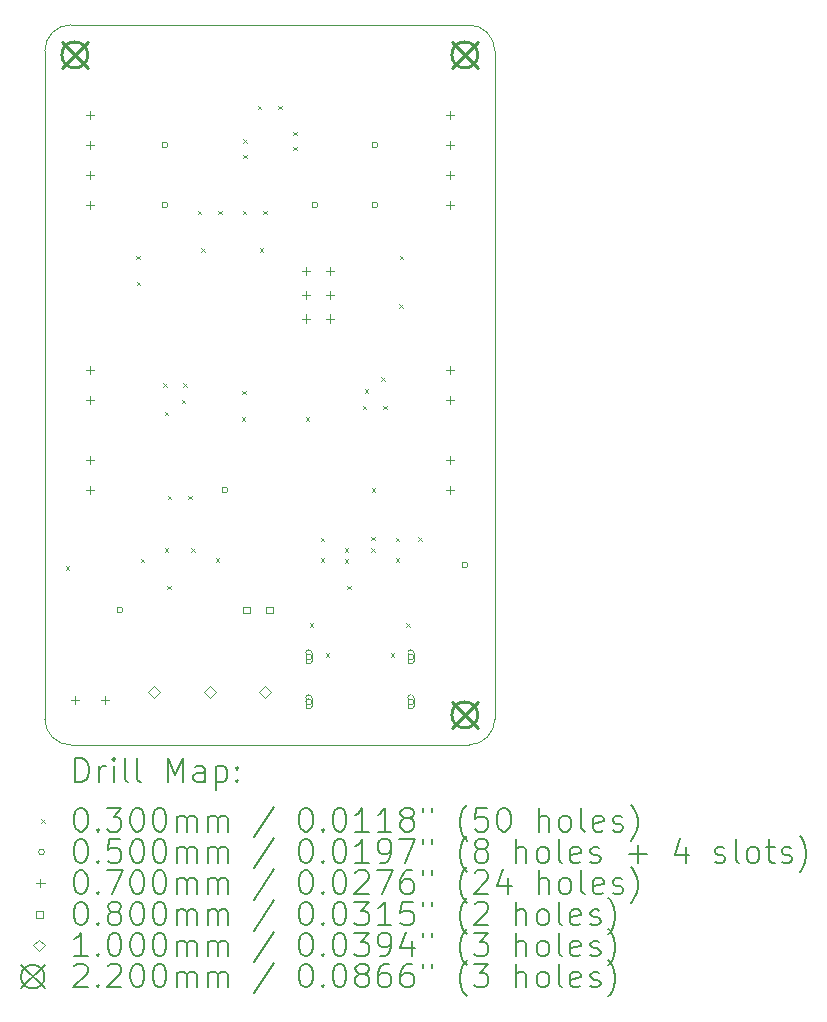
<source format=gbr>
%TF.GenerationSoftware,KiCad,Pcbnew,9.0.0*%
%TF.CreationDate,2025-03-07T13:22:50-06:00*%
%TF.ProjectId,robo-roach-v1.0,726f626f-2d72-46f6-9163-682d76312e30,rev?*%
%TF.SameCoordinates,Original*%
%TF.FileFunction,Drillmap*%
%TF.FilePolarity,Positive*%
%FSLAX45Y45*%
G04 Gerber Fmt 4.5, Leading zero omitted, Abs format (unit mm)*
G04 Created by KiCad (PCBNEW 9.0.0) date 2025-03-07 13:22:50*
%MOMM*%
%LPD*%
G01*
G04 APERTURE LIST*
%ADD10C,0.050000*%
%ADD11C,0.200000*%
%ADD12C,0.100000*%
%ADD13C,0.220000*%
G04 APERTURE END LIST*
D10*
X12920000Y-13716000D02*
G75*
G02*
X12700000Y-13496000I0J220000D01*
G01*
X12700000Y-7840000D02*
G75*
G02*
X12920000Y-7620000I220000J0D01*
G01*
X16510000Y-13496000D02*
G75*
G02*
X16290000Y-13716000I-220000J0D01*
G01*
X16290000Y-7620000D02*
G75*
G02*
X16510000Y-7840000I0J-220000D01*
G01*
X12700000Y-13496000D02*
X12700000Y-7840000D01*
X16290000Y-13716000D02*
X12920000Y-13716000D01*
X12920000Y-7620000D02*
X16290000Y-7620000D01*
X16510000Y-7840000D02*
X16510000Y-13496000D01*
D11*
D12*
X12875500Y-12201500D02*
X12905500Y-12231500D01*
X12905500Y-12201500D02*
X12875500Y-12231500D01*
X13474750Y-9573500D02*
X13504750Y-9603500D01*
X13504750Y-9573500D02*
X13474750Y-9603500D01*
X13477250Y-9796000D02*
X13507250Y-9826000D01*
X13507250Y-9796000D02*
X13477250Y-9826000D01*
X13510500Y-12141250D02*
X13540500Y-12171250D01*
X13540500Y-12141250D02*
X13510500Y-12171250D01*
X13701000Y-10653000D02*
X13731000Y-10683000D01*
X13731000Y-10653000D02*
X13701000Y-10683000D01*
X13714250Y-12050000D02*
X13744250Y-12080000D01*
X13744250Y-12050000D02*
X13714250Y-12080000D01*
X13716000Y-10893500D02*
X13746000Y-10923500D01*
X13746000Y-10893500D02*
X13716000Y-10923500D01*
X13736750Y-12367500D02*
X13766750Y-12397500D01*
X13766750Y-12367500D02*
X13736750Y-12397500D01*
X13741750Y-11605500D02*
X13771750Y-11635500D01*
X13771750Y-11605500D02*
X13741750Y-11635500D01*
X13858500Y-10793500D02*
X13888500Y-10823500D01*
X13888500Y-10793500D02*
X13858500Y-10823500D01*
X13873500Y-10653000D02*
X13903500Y-10683000D01*
X13903500Y-10653000D02*
X13873500Y-10683000D01*
X13914250Y-11605500D02*
X13944250Y-11635500D01*
X13944250Y-11605500D02*
X13914250Y-11635500D01*
X13941750Y-12050000D02*
X13971750Y-12080000D01*
X13971750Y-12050000D02*
X13941750Y-12080000D01*
X13995750Y-9192500D02*
X14025750Y-9222500D01*
X14025750Y-9192500D02*
X13995750Y-9222500D01*
X14025000Y-9510000D02*
X14055000Y-9540000D01*
X14055000Y-9510000D02*
X14025000Y-9540000D01*
X14145500Y-12136250D02*
X14175500Y-12166250D01*
X14175500Y-12136250D02*
X14145500Y-12166250D01*
X14168250Y-9192500D02*
X14198250Y-9222500D01*
X14198250Y-9192500D02*
X14168250Y-9222500D01*
X14368000Y-10940250D02*
X14398000Y-10970250D01*
X14398000Y-10940250D02*
X14368000Y-10970250D01*
X14371750Y-10716500D02*
X14401750Y-10746500D01*
X14401750Y-10716500D02*
X14371750Y-10746500D01*
X14376750Y-9192500D02*
X14406750Y-9222500D01*
X14406750Y-9192500D02*
X14376750Y-9222500D01*
X14378750Y-8588500D02*
X14408750Y-8618500D01*
X14408750Y-8588500D02*
X14378750Y-8618500D01*
X14378750Y-8718500D02*
X14408750Y-8748500D01*
X14408750Y-8718500D02*
X14378750Y-8748500D01*
X14503750Y-8303500D02*
X14533750Y-8333500D01*
X14533750Y-8303500D02*
X14503750Y-8333500D01*
X14520000Y-9510000D02*
X14550000Y-9540000D01*
X14550000Y-9510000D02*
X14520000Y-9540000D01*
X14549250Y-9192500D02*
X14579250Y-9222500D01*
X14579250Y-9192500D02*
X14549250Y-9222500D01*
X14676250Y-8303500D02*
X14706250Y-8333500D01*
X14706250Y-8303500D02*
X14676250Y-8333500D01*
X14801250Y-8523500D02*
X14831250Y-8553500D01*
X14831250Y-8523500D02*
X14801250Y-8553500D01*
X14801250Y-8653500D02*
X14831250Y-8683500D01*
X14831250Y-8653500D02*
X14801250Y-8683500D01*
X14907500Y-10942750D02*
X14937500Y-10972750D01*
X14937500Y-10942750D02*
X14907500Y-10972750D01*
X14943250Y-12685000D02*
X14973250Y-12715000D01*
X14973250Y-12685000D02*
X14943250Y-12715000D01*
X15034500Y-11963750D02*
X15064500Y-11993750D01*
X15064500Y-11963750D02*
X15034500Y-11993750D01*
X15034500Y-12136250D02*
X15064500Y-12166250D01*
X15064500Y-12136250D02*
X15034500Y-12166250D01*
X15077000Y-12938500D02*
X15107000Y-12968500D01*
X15107000Y-12938500D02*
X15077000Y-12968500D01*
X15238250Y-12050000D02*
X15268250Y-12080000D01*
X15268250Y-12050000D02*
X15238250Y-12080000D01*
X15238250Y-12145000D02*
X15268250Y-12175000D01*
X15268250Y-12145000D02*
X15238250Y-12175000D01*
X15260750Y-12367500D02*
X15290750Y-12397500D01*
X15290750Y-12367500D02*
X15260750Y-12397500D01*
X15392750Y-10843500D02*
X15422750Y-10873500D01*
X15422750Y-10843500D02*
X15392750Y-10873500D01*
X15407750Y-10703000D02*
X15437750Y-10733000D01*
X15437750Y-10703000D02*
X15407750Y-10733000D01*
X15465750Y-11955000D02*
X15495750Y-11985000D01*
X15495750Y-11955000D02*
X15465750Y-11985000D01*
X15465750Y-12050000D02*
X15495750Y-12080000D01*
X15495750Y-12050000D02*
X15465750Y-12080000D01*
X15468250Y-11542000D02*
X15498250Y-11572000D01*
X15498250Y-11542000D02*
X15468250Y-11572000D01*
X15550250Y-10603000D02*
X15580250Y-10633000D01*
X15580250Y-10603000D02*
X15550250Y-10633000D01*
X15565250Y-10843500D02*
X15595250Y-10873500D01*
X15595250Y-10843500D02*
X15565250Y-10873500D01*
X15627000Y-12938500D02*
X15657000Y-12968500D01*
X15657000Y-12938500D02*
X15627000Y-12968500D01*
X15669500Y-11963750D02*
X15699500Y-11993750D01*
X15699500Y-11963750D02*
X15669500Y-11993750D01*
X15669500Y-12136250D02*
X15699500Y-12166250D01*
X15699500Y-12136250D02*
X15669500Y-12166250D01*
X15702750Y-9986000D02*
X15732750Y-10016000D01*
X15732750Y-9986000D02*
X15702750Y-10016000D01*
X15705250Y-9573500D02*
X15735250Y-9603500D01*
X15735250Y-9573500D02*
X15705250Y-9603500D01*
X15760750Y-12685000D02*
X15790750Y-12715000D01*
X15790750Y-12685000D02*
X15760750Y-12715000D01*
X15860000Y-11958750D02*
X15890000Y-11988750D01*
X15890000Y-11958750D02*
X15860000Y-11988750D01*
X13360000Y-12573000D02*
G75*
G02*
X13310000Y-12573000I-25000J0D01*
G01*
X13310000Y-12573000D02*
G75*
G02*
X13360000Y-12573000I25000J0D01*
G01*
X13741000Y-8636000D02*
G75*
G02*
X13691000Y-8636000I-25000J0D01*
G01*
X13691000Y-8636000D02*
G75*
G02*
X13741000Y-8636000I25000J0D01*
G01*
X13741000Y-9144000D02*
G75*
G02*
X13691000Y-9144000I-25000J0D01*
G01*
X13691000Y-9144000D02*
G75*
G02*
X13741000Y-9144000I25000J0D01*
G01*
X14249000Y-11557000D02*
G75*
G02*
X14199000Y-11557000I-25000J0D01*
G01*
X14199000Y-11557000D02*
G75*
G02*
X14249000Y-11557000I25000J0D01*
G01*
X14960000Y-12971500D02*
G75*
G02*
X14910000Y-12971500I-25000J0D01*
G01*
X14910000Y-12971500D02*
G75*
G02*
X14960000Y-12971500I25000J0D01*
G01*
X14910000Y-12936500D02*
X14910000Y-13006500D01*
X14960000Y-13006500D02*
G75*
G02*
X14910000Y-13006500I-25000J0D01*
G01*
X14960000Y-13006500D02*
X14960000Y-12936500D01*
X14960000Y-12936500D02*
G75*
G03*
X14910000Y-12936500I-25000J0D01*
G01*
X14960000Y-13351500D02*
G75*
G02*
X14910000Y-13351500I-25000J0D01*
G01*
X14910000Y-13351500D02*
G75*
G02*
X14960000Y-13351500I25000J0D01*
G01*
X14910000Y-13316500D02*
X14910000Y-13386500D01*
X14960000Y-13386500D02*
G75*
G02*
X14910000Y-13386500I-25000J0D01*
G01*
X14960000Y-13386500D02*
X14960000Y-13316500D01*
X14960000Y-13316500D02*
G75*
G03*
X14910000Y-13316500I-25000J0D01*
G01*
X15011000Y-9144000D02*
G75*
G02*
X14961000Y-9144000I-25000J0D01*
G01*
X14961000Y-9144000D02*
G75*
G02*
X15011000Y-9144000I25000J0D01*
G01*
X15519000Y-8636000D02*
G75*
G02*
X15469000Y-8636000I-25000J0D01*
G01*
X15469000Y-8636000D02*
G75*
G02*
X15519000Y-8636000I25000J0D01*
G01*
X15519000Y-9144000D02*
G75*
G02*
X15469000Y-9144000I-25000J0D01*
G01*
X15469000Y-9144000D02*
G75*
G02*
X15519000Y-9144000I25000J0D01*
G01*
X15824000Y-12971500D02*
G75*
G02*
X15774000Y-12971500I-25000J0D01*
G01*
X15774000Y-12971500D02*
G75*
G02*
X15824000Y-12971500I25000J0D01*
G01*
X15774000Y-12936500D02*
X15774000Y-13006500D01*
X15824000Y-13006500D02*
G75*
G02*
X15774000Y-13006500I-25000J0D01*
G01*
X15824000Y-13006500D02*
X15824000Y-12936500D01*
X15824000Y-12936500D02*
G75*
G03*
X15774000Y-12936500I-25000J0D01*
G01*
X15824000Y-13351500D02*
G75*
G02*
X15774000Y-13351500I-25000J0D01*
G01*
X15774000Y-13351500D02*
G75*
G02*
X15824000Y-13351500I25000J0D01*
G01*
X15774000Y-13316500D02*
X15774000Y-13386500D01*
X15824000Y-13386500D02*
G75*
G02*
X15774000Y-13386500I-25000J0D01*
G01*
X15824000Y-13386500D02*
X15824000Y-13316500D01*
X15824000Y-13316500D02*
G75*
G03*
X15774000Y-13316500I-25000J0D01*
G01*
X16281000Y-12192000D02*
G75*
G02*
X16231000Y-12192000I-25000J0D01*
G01*
X16231000Y-12192000D02*
G75*
G02*
X16281000Y-12192000I25000J0D01*
G01*
X12954000Y-13300000D02*
X12954000Y-13370000D01*
X12919000Y-13335000D02*
X12989000Y-13335000D01*
X13081000Y-8347000D02*
X13081000Y-8417000D01*
X13046000Y-8382000D02*
X13116000Y-8382000D01*
X13081000Y-8601000D02*
X13081000Y-8671000D01*
X13046000Y-8636000D02*
X13116000Y-8636000D01*
X13081000Y-8855000D02*
X13081000Y-8925000D01*
X13046000Y-8890000D02*
X13116000Y-8890000D01*
X13081000Y-9109000D02*
X13081000Y-9179000D01*
X13046000Y-9144000D02*
X13116000Y-9144000D01*
X13081000Y-10506000D02*
X13081000Y-10576000D01*
X13046000Y-10541000D02*
X13116000Y-10541000D01*
X13081000Y-10760000D02*
X13081000Y-10830000D01*
X13046000Y-10795000D02*
X13116000Y-10795000D01*
X13081000Y-11268000D02*
X13081000Y-11338000D01*
X13046000Y-11303000D02*
X13116000Y-11303000D01*
X13081000Y-11522000D02*
X13081000Y-11592000D01*
X13046000Y-11557000D02*
X13116000Y-11557000D01*
X13208000Y-13300000D02*
X13208000Y-13370000D01*
X13173000Y-13335000D02*
X13243000Y-13335000D01*
X14913000Y-9671000D02*
X14913000Y-9741000D01*
X14878000Y-9706000D02*
X14948000Y-9706000D01*
X14913000Y-9871000D02*
X14913000Y-9941000D01*
X14878000Y-9906000D02*
X14948000Y-9906000D01*
X14913000Y-10071000D02*
X14913000Y-10141000D01*
X14878000Y-10106000D02*
X14948000Y-10106000D01*
X15113000Y-9671000D02*
X15113000Y-9741000D01*
X15078000Y-9706000D02*
X15148000Y-9706000D01*
X15113000Y-9871000D02*
X15113000Y-9941000D01*
X15078000Y-9906000D02*
X15148000Y-9906000D01*
X15113000Y-10071000D02*
X15113000Y-10141000D01*
X15078000Y-10106000D02*
X15148000Y-10106000D01*
X16129000Y-8347000D02*
X16129000Y-8417000D01*
X16094000Y-8382000D02*
X16164000Y-8382000D01*
X16129000Y-8601000D02*
X16129000Y-8671000D01*
X16094000Y-8636000D02*
X16164000Y-8636000D01*
X16129000Y-8855000D02*
X16129000Y-8925000D01*
X16094000Y-8890000D02*
X16164000Y-8890000D01*
X16129000Y-9109000D02*
X16129000Y-9179000D01*
X16094000Y-9144000D02*
X16164000Y-9144000D01*
X16129000Y-10506000D02*
X16129000Y-10576000D01*
X16094000Y-10541000D02*
X16164000Y-10541000D01*
X16129000Y-10760000D02*
X16129000Y-10830000D01*
X16094000Y-10795000D02*
X16164000Y-10795000D01*
X16129000Y-11268000D02*
X16129000Y-11338000D01*
X16094000Y-11303000D02*
X16164000Y-11303000D01*
X16129000Y-11522000D02*
X16129000Y-11592000D01*
X16094000Y-11557000D02*
X16164000Y-11557000D01*
X14433284Y-12601284D02*
X14433284Y-12544715D01*
X14376715Y-12544715D01*
X14376715Y-12601284D01*
X14433284Y-12601284D01*
X14633284Y-12601284D02*
X14633284Y-12544715D01*
X14576715Y-12544715D01*
X14576715Y-12601284D01*
X14633284Y-12601284D01*
X13627000Y-13321500D02*
X13677000Y-13271500D01*
X13627000Y-13221500D01*
X13577000Y-13271500D01*
X13627000Y-13321500D01*
X14097000Y-13321500D02*
X14147000Y-13271500D01*
X14097000Y-13221500D01*
X14047000Y-13271500D01*
X14097000Y-13321500D01*
X14567000Y-13321500D02*
X14617000Y-13271500D01*
X14567000Y-13221500D01*
X14517000Y-13271500D01*
X14567000Y-13321500D01*
D13*
X12844000Y-7764000D02*
X13064000Y-7984000D01*
X13064000Y-7764000D02*
X12844000Y-7984000D01*
X13064000Y-7874000D02*
G75*
G02*
X12844000Y-7874000I-110000J0D01*
G01*
X12844000Y-7874000D02*
G75*
G02*
X13064000Y-7874000I110000J0D01*
G01*
X16146000Y-7764000D02*
X16366000Y-7984000D01*
X16366000Y-7764000D02*
X16146000Y-7984000D01*
X16366000Y-7874000D02*
G75*
G02*
X16146000Y-7874000I-110000J0D01*
G01*
X16146000Y-7874000D02*
G75*
G02*
X16366000Y-7874000I110000J0D01*
G01*
X16146000Y-13352000D02*
X16366000Y-13572000D01*
X16366000Y-13352000D02*
X16146000Y-13572000D01*
X16366000Y-13462000D02*
G75*
G02*
X16146000Y-13462000I-110000J0D01*
G01*
X16146000Y-13462000D02*
G75*
G02*
X16366000Y-13462000I110000J0D01*
G01*
D11*
X12958277Y-14029984D02*
X12958277Y-13829984D01*
X12958277Y-13829984D02*
X13005896Y-13829984D01*
X13005896Y-13829984D02*
X13034467Y-13839508D01*
X13034467Y-13839508D02*
X13053515Y-13858555D01*
X13053515Y-13858555D02*
X13063039Y-13877603D01*
X13063039Y-13877603D02*
X13072562Y-13915698D01*
X13072562Y-13915698D02*
X13072562Y-13944269D01*
X13072562Y-13944269D02*
X13063039Y-13982365D01*
X13063039Y-13982365D02*
X13053515Y-14001412D01*
X13053515Y-14001412D02*
X13034467Y-14020460D01*
X13034467Y-14020460D02*
X13005896Y-14029984D01*
X13005896Y-14029984D02*
X12958277Y-14029984D01*
X13158277Y-14029984D02*
X13158277Y-13896650D01*
X13158277Y-13934746D02*
X13167801Y-13915698D01*
X13167801Y-13915698D02*
X13177324Y-13906174D01*
X13177324Y-13906174D02*
X13196372Y-13896650D01*
X13196372Y-13896650D02*
X13215420Y-13896650D01*
X13282086Y-14029984D02*
X13282086Y-13896650D01*
X13282086Y-13829984D02*
X13272562Y-13839508D01*
X13272562Y-13839508D02*
X13282086Y-13849031D01*
X13282086Y-13849031D02*
X13291610Y-13839508D01*
X13291610Y-13839508D02*
X13282086Y-13829984D01*
X13282086Y-13829984D02*
X13282086Y-13849031D01*
X13405896Y-14029984D02*
X13386848Y-14020460D01*
X13386848Y-14020460D02*
X13377324Y-14001412D01*
X13377324Y-14001412D02*
X13377324Y-13829984D01*
X13510658Y-14029984D02*
X13491610Y-14020460D01*
X13491610Y-14020460D02*
X13482086Y-14001412D01*
X13482086Y-14001412D02*
X13482086Y-13829984D01*
X13739229Y-14029984D02*
X13739229Y-13829984D01*
X13739229Y-13829984D02*
X13805896Y-13972841D01*
X13805896Y-13972841D02*
X13872562Y-13829984D01*
X13872562Y-13829984D02*
X13872562Y-14029984D01*
X14053515Y-14029984D02*
X14053515Y-13925222D01*
X14053515Y-13925222D02*
X14043991Y-13906174D01*
X14043991Y-13906174D02*
X14024943Y-13896650D01*
X14024943Y-13896650D02*
X13986848Y-13896650D01*
X13986848Y-13896650D02*
X13967801Y-13906174D01*
X14053515Y-14020460D02*
X14034467Y-14029984D01*
X14034467Y-14029984D02*
X13986848Y-14029984D01*
X13986848Y-14029984D02*
X13967801Y-14020460D01*
X13967801Y-14020460D02*
X13958277Y-14001412D01*
X13958277Y-14001412D02*
X13958277Y-13982365D01*
X13958277Y-13982365D02*
X13967801Y-13963317D01*
X13967801Y-13963317D02*
X13986848Y-13953793D01*
X13986848Y-13953793D02*
X14034467Y-13953793D01*
X14034467Y-13953793D02*
X14053515Y-13944269D01*
X14148753Y-13896650D02*
X14148753Y-14096650D01*
X14148753Y-13906174D02*
X14167801Y-13896650D01*
X14167801Y-13896650D02*
X14205896Y-13896650D01*
X14205896Y-13896650D02*
X14224943Y-13906174D01*
X14224943Y-13906174D02*
X14234467Y-13915698D01*
X14234467Y-13915698D02*
X14243991Y-13934746D01*
X14243991Y-13934746D02*
X14243991Y-13991888D01*
X14243991Y-13991888D02*
X14234467Y-14010936D01*
X14234467Y-14010936D02*
X14224943Y-14020460D01*
X14224943Y-14020460D02*
X14205896Y-14029984D01*
X14205896Y-14029984D02*
X14167801Y-14029984D01*
X14167801Y-14029984D02*
X14148753Y-14020460D01*
X14329705Y-14010936D02*
X14339229Y-14020460D01*
X14339229Y-14020460D02*
X14329705Y-14029984D01*
X14329705Y-14029984D02*
X14320182Y-14020460D01*
X14320182Y-14020460D02*
X14329705Y-14010936D01*
X14329705Y-14010936D02*
X14329705Y-14029984D01*
X14329705Y-13906174D02*
X14339229Y-13915698D01*
X14339229Y-13915698D02*
X14329705Y-13925222D01*
X14329705Y-13925222D02*
X14320182Y-13915698D01*
X14320182Y-13915698D02*
X14329705Y-13906174D01*
X14329705Y-13906174D02*
X14329705Y-13925222D01*
D12*
X12667500Y-14343500D02*
X12697500Y-14373500D01*
X12697500Y-14343500D02*
X12667500Y-14373500D01*
D11*
X12996372Y-14249984D02*
X13015420Y-14249984D01*
X13015420Y-14249984D02*
X13034467Y-14259508D01*
X13034467Y-14259508D02*
X13043991Y-14269031D01*
X13043991Y-14269031D02*
X13053515Y-14288079D01*
X13053515Y-14288079D02*
X13063039Y-14326174D01*
X13063039Y-14326174D02*
X13063039Y-14373793D01*
X13063039Y-14373793D02*
X13053515Y-14411888D01*
X13053515Y-14411888D02*
X13043991Y-14430936D01*
X13043991Y-14430936D02*
X13034467Y-14440460D01*
X13034467Y-14440460D02*
X13015420Y-14449984D01*
X13015420Y-14449984D02*
X12996372Y-14449984D01*
X12996372Y-14449984D02*
X12977324Y-14440460D01*
X12977324Y-14440460D02*
X12967801Y-14430936D01*
X12967801Y-14430936D02*
X12958277Y-14411888D01*
X12958277Y-14411888D02*
X12948753Y-14373793D01*
X12948753Y-14373793D02*
X12948753Y-14326174D01*
X12948753Y-14326174D02*
X12958277Y-14288079D01*
X12958277Y-14288079D02*
X12967801Y-14269031D01*
X12967801Y-14269031D02*
X12977324Y-14259508D01*
X12977324Y-14259508D02*
X12996372Y-14249984D01*
X13148753Y-14430936D02*
X13158277Y-14440460D01*
X13158277Y-14440460D02*
X13148753Y-14449984D01*
X13148753Y-14449984D02*
X13139229Y-14440460D01*
X13139229Y-14440460D02*
X13148753Y-14430936D01*
X13148753Y-14430936D02*
X13148753Y-14449984D01*
X13224943Y-14249984D02*
X13348753Y-14249984D01*
X13348753Y-14249984D02*
X13282086Y-14326174D01*
X13282086Y-14326174D02*
X13310658Y-14326174D01*
X13310658Y-14326174D02*
X13329705Y-14335698D01*
X13329705Y-14335698D02*
X13339229Y-14345222D01*
X13339229Y-14345222D02*
X13348753Y-14364269D01*
X13348753Y-14364269D02*
X13348753Y-14411888D01*
X13348753Y-14411888D02*
X13339229Y-14430936D01*
X13339229Y-14430936D02*
X13329705Y-14440460D01*
X13329705Y-14440460D02*
X13310658Y-14449984D01*
X13310658Y-14449984D02*
X13253515Y-14449984D01*
X13253515Y-14449984D02*
X13234467Y-14440460D01*
X13234467Y-14440460D02*
X13224943Y-14430936D01*
X13472562Y-14249984D02*
X13491610Y-14249984D01*
X13491610Y-14249984D02*
X13510658Y-14259508D01*
X13510658Y-14259508D02*
X13520182Y-14269031D01*
X13520182Y-14269031D02*
X13529705Y-14288079D01*
X13529705Y-14288079D02*
X13539229Y-14326174D01*
X13539229Y-14326174D02*
X13539229Y-14373793D01*
X13539229Y-14373793D02*
X13529705Y-14411888D01*
X13529705Y-14411888D02*
X13520182Y-14430936D01*
X13520182Y-14430936D02*
X13510658Y-14440460D01*
X13510658Y-14440460D02*
X13491610Y-14449984D01*
X13491610Y-14449984D02*
X13472562Y-14449984D01*
X13472562Y-14449984D02*
X13453515Y-14440460D01*
X13453515Y-14440460D02*
X13443991Y-14430936D01*
X13443991Y-14430936D02*
X13434467Y-14411888D01*
X13434467Y-14411888D02*
X13424943Y-14373793D01*
X13424943Y-14373793D02*
X13424943Y-14326174D01*
X13424943Y-14326174D02*
X13434467Y-14288079D01*
X13434467Y-14288079D02*
X13443991Y-14269031D01*
X13443991Y-14269031D02*
X13453515Y-14259508D01*
X13453515Y-14259508D02*
X13472562Y-14249984D01*
X13663039Y-14249984D02*
X13682086Y-14249984D01*
X13682086Y-14249984D02*
X13701134Y-14259508D01*
X13701134Y-14259508D02*
X13710658Y-14269031D01*
X13710658Y-14269031D02*
X13720182Y-14288079D01*
X13720182Y-14288079D02*
X13729705Y-14326174D01*
X13729705Y-14326174D02*
X13729705Y-14373793D01*
X13729705Y-14373793D02*
X13720182Y-14411888D01*
X13720182Y-14411888D02*
X13710658Y-14430936D01*
X13710658Y-14430936D02*
X13701134Y-14440460D01*
X13701134Y-14440460D02*
X13682086Y-14449984D01*
X13682086Y-14449984D02*
X13663039Y-14449984D01*
X13663039Y-14449984D02*
X13643991Y-14440460D01*
X13643991Y-14440460D02*
X13634467Y-14430936D01*
X13634467Y-14430936D02*
X13624943Y-14411888D01*
X13624943Y-14411888D02*
X13615420Y-14373793D01*
X13615420Y-14373793D02*
X13615420Y-14326174D01*
X13615420Y-14326174D02*
X13624943Y-14288079D01*
X13624943Y-14288079D02*
X13634467Y-14269031D01*
X13634467Y-14269031D02*
X13643991Y-14259508D01*
X13643991Y-14259508D02*
X13663039Y-14249984D01*
X13815420Y-14449984D02*
X13815420Y-14316650D01*
X13815420Y-14335698D02*
X13824943Y-14326174D01*
X13824943Y-14326174D02*
X13843991Y-14316650D01*
X13843991Y-14316650D02*
X13872563Y-14316650D01*
X13872563Y-14316650D02*
X13891610Y-14326174D01*
X13891610Y-14326174D02*
X13901134Y-14345222D01*
X13901134Y-14345222D02*
X13901134Y-14449984D01*
X13901134Y-14345222D02*
X13910658Y-14326174D01*
X13910658Y-14326174D02*
X13929705Y-14316650D01*
X13929705Y-14316650D02*
X13958277Y-14316650D01*
X13958277Y-14316650D02*
X13977324Y-14326174D01*
X13977324Y-14326174D02*
X13986848Y-14345222D01*
X13986848Y-14345222D02*
X13986848Y-14449984D01*
X14082086Y-14449984D02*
X14082086Y-14316650D01*
X14082086Y-14335698D02*
X14091610Y-14326174D01*
X14091610Y-14326174D02*
X14110658Y-14316650D01*
X14110658Y-14316650D02*
X14139229Y-14316650D01*
X14139229Y-14316650D02*
X14158277Y-14326174D01*
X14158277Y-14326174D02*
X14167801Y-14345222D01*
X14167801Y-14345222D02*
X14167801Y-14449984D01*
X14167801Y-14345222D02*
X14177324Y-14326174D01*
X14177324Y-14326174D02*
X14196372Y-14316650D01*
X14196372Y-14316650D02*
X14224943Y-14316650D01*
X14224943Y-14316650D02*
X14243991Y-14326174D01*
X14243991Y-14326174D02*
X14253515Y-14345222D01*
X14253515Y-14345222D02*
X14253515Y-14449984D01*
X14643991Y-14240460D02*
X14472563Y-14497603D01*
X14901134Y-14249984D02*
X14920182Y-14249984D01*
X14920182Y-14249984D02*
X14939229Y-14259508D01*
X14939229Y-14259508D02*
X14948753Y-14269031D01*
X14948753Y-14269031D02*
X14958277Y-14288079D01*
X14958277Y-14288079D02*
X14967801Y-14326174D01*
X14967801Y-14326174D02*
X14967801Y-14373793D01*
X14967801Y-14373793D02*
X14958277Y-14411888D01*
X14958277Y-14411888D02*
X14948753Y-14430936D01*
X14948753Y-14430936D02*
X14939229Y-14440460D01*
X14939229Y-14440460D02*
X14920182Y-14449984D01*
X14920182Y-14449984D02*
X14901134Y-14449984D01*
X14901134Y-14449984D02*
X14882086Y-14440460D01*
X14882086Y-14440460D02*
X14872563Y-14430936D01*
X14872563Y-14430936D02*
X14863039Y-14411888D01*
X14863039Y-14411888D02*
X14853515Y-14373793D01*
X14853515Y-14373793D02*
X14853515Y-14326174D01*
X14853515Y-14326174D02*
X14863039Y-14288079D01*
X14863039Y-14288079D02*
X14872563Y-14269031D01*
X14872563Y-14269031D02*
X14882086Y-14259508D01*
X14882086Y-14259508D02*
X14901134Y-14249984D01*
X15053515Y-14430936D02*
X15063039Y-14440460D01*
X15063039Y-14440460D02*
X15053515Y-14449984D01*
X15053515Y-14449984D02*
X15043991Y-14440460D01*
X15043991Y-14440460D02*
X15053515Y-14430936D01*
X15053515Y-14430936D02*
X15053515Y-14449984D01*
X15186848Y-14249984D02*
X15205896Y-14249984D01*
X15205896Y-14249984D02*
X15224944Y-14259508D01*
X15224944Y-14259508D02*
X15234467Y-14269031D01*
X15234467Y-14269031D02*
X15243991Y-14288079D01*
X15243991Y-14288079D02*
X15253515Y-14326174D01*
X15253515Y-14326174D02*
X15253515Y-14373793D01*
X15253515Y-14373793D02*
X15243991Y-14411888D01*
X15243991Y-14411888D02*
X15234467Y-14430936D01*
X15234467Y-14430936D02*
X15224944Y-14440460D01*
X15224944Y-14440460D02*
X15205896Y-14449984D01*
X15205896Y-14449984D02*
X15186848Y-14449984D01*
X15186848Y-14449984D02*
X15167801Y-14440460D01*
X15167801Y-14440460D02*
X15158277Y-14430936D01*
X15158277Y-14430936D02*
X15148753Y-14411888D01*
X15148753Y-14411888D02*
X15139229Y-14373793D01*
X15139229Y-14373793D02*
X15139229Y-14326174D01*
X15139229Y-14326174D02*
X15148753Y-14288079D01*
X15148753Y-14288079D02*
X15158277Y-14269031D01*
X15158277Y-14269031D02*
X15167801Y-14259508D01*
X15167801Y-14259508D02*
X15186848Y-14249984D01*
X15443991Y-14449984D02*
X15329706Y-14449984D01*
X15386848Y-14449984D02*
X15386848Y-14249984D01*
X15386848Y-14249984D02*
X15367801Y-14278555D01*
X15367801Y-14278555D02*
X15348753Y-14297603D01*
X15348753Y-14297603D02*
X15329706Y-14307127D01*
X15634467Y-14449984D02*
X15520182Y-14449984D01*
X15577325Y-14449984D02*
X15577325Y-14249984D01*
X15577325Y-14249984D02*
X15558277Y-14278555D01*
X15558277Y-14278555D02*
X15539229Y-14297603D01*
X15539229Y-14297603D02*
X15520182Y-14307127D01*
X15748753Y-14335698D02*
X15729706Y-14326174D01*
X15729706Y-14326174D02*
X15720182Y-14316650D01*
X15720182Y-14316650D02*
X15710658Y-14297603D01*
X15710658Y-14297603D02*
X15710658Y-14288079D01*
X15710658Y-14288079D02*
X15720182Y-14269031D01*
X15720182Y-14269031D02*
X15729706Y-14259508D01*
X15729706Y-14259508D02*
X15748753Y-14249984D01*
X15748753Y-14249984D02*
X15786848Y-14249984D01*
X15786848Y-14249984D02*
X15805896Y-14259508D01*
X15805896Y-14259508D02*
X15815420Y-14269031D01*
X15815420Y-14269031D02*
X15824944Y-14288079D01*
X15824944Y-14288079D02*
X15824944Y-14297603D01*
X15824944Y-14297603D02*
X15815420Y-14316650D01*
X15815420Y-14316650D02*
X15805896Y-14326174D01*
X15805896Y-14326174D02*
X15786848Y-14335698D01*
X15786848Y-14335698D02*
X15748753Y-14335698D01*
X15748753Y-14335698D02*
X15729706Y-14345222D01*
X15729706Y-14345222D02*
X15720182Y-14354746D01*
X15720182Y-14354746D02*
X15710658Y-14373793D01*
X15710658Y-14373793D02*
X15710658Y-14411888D01*
X15710658Y-14411888D02*
X15720182Y-14430936D01*
X15720182Y-14430936D02*
X15729706Y-14440460D01*
X15729706Y-14440460D02*
X15748753Y-14449984D01*
X15748753Y-14449984D02*
X15786848Y-14449984D01*
X15786848Y-14449984D02*
X15805896Y-14440460D01*
X15805896Y-14440460D02*
X15815420Y-14430936D01*
X15815420Y-14430936D02*
X15824944Y-14411888D01*
X15824944Y-14411888D02*
X15824944Y-14373793D01*
X15824944Y-14373793D02*
X15815420Y-14354746D01*
X15815420Y-14354746D02*
X15805896Y-14345222D01*
X15805896Y-14345222D02*
X15786848Y-14335698D01*
X15901134Y-14249984D02*
X15901134Y-14288079D01*
X15977325Y-14249984D02*
X15977325Y-14288079D01*
X16272563Y-14526174D02*
X16263039Y-14516650D01*
X16263039Y-14516650D02*
X16243991Y-14488079D01*
X16243991Y-14488079D02*
X16234468Y-14469031D01*
X16234468Y-14469031D02*
X16224944Y-14440460D01*
X16224944Y-14440460D02*
X16215420Y-14392841D01*
X16215420Y-14392841D02*
X16215420Y-14354746D01*
X16215420Y-14354746D02*
X16224944Y-14307127D01*
X16224944Y-14307127D02*
X16234468Y-14278555D01*
X16234468Y-14278555D02*
X16243991Y-14259508D01*
X16243991Y-14259508D02*
X16263039Y-14230936D01*
X16263039Y-14230936D02*
X16272563Y-14221412D01*
X16443991Y-14249984D02*
X16348753Y-14249984D01*
X16348753Y-14249984D02*
X16339229Y-14345222D01*
X16339229Y-14345222D02*
X16348753Y-14335698D01*
X16348753Y-14335698D02*
X16367801Y-14326174D01*
X16367801Y-14326174D02*
X16415420Y-14326174D01*
X16415420Y-14326174D02*
X16434468Y-14335698D01*
X16434468Y-14335698D02*
X16443991Y-14345222D01*
X16443991Y-14345222D02*
X16453515Y-14364269D01*
X16453515Y-14364269D02*
X16453515Y-14411888D01*
X16453515Y-14411888D02*
X16443991Y-14430936D01*
X16443991Y-14430936D02*
X16434468Y-14440460D01*
X16434468Y-14440460D02*
X16415420Y-14449984D01*
X16415420Y-14449984D02*
X16367801Y-14449984D01*
X16367801Y-14449984D02*
X16348753Y-14440460D01*
X16348753Y-14440460D02*
X16339229Y-14430936D01*
X16577325Y-14249984D02*
X16596372Y-14249984D01*
X16596372Y-14249984D02*
X16615420Y-14259508D01*
X16615420Y-14259508D02*
X16624944Y-14269031D01*
X16624944Y-14269031D02*
X16634468Y-14288079D01*
X16634468Y-14288079D02*
X16643991Y-14326174D01*
X16643991Y-14326174D02*
X16643991Y-14373793D01*
X16643991Y-14373793D02*
X16634468Y-14411888D01*
X16634468Y-14411888D02*
X16624944Y-14430936D01*
X16624944Y-14430936D02*
X16615420Y-14440460D01*
X16615420Y-14440460D02*
X16596372Y-14449984D01*
X16596372Y-14449984D02*
X16577325Y-14449984D01*
X16577325Y-14449984D02*
X16558277Y-14440460D01*
X16558277Y-14440460D02*
X16548753Y-14430936D01*
X16548753Y-14430936D02*
X16539229Y-14411888D01*
X16539229Y-14411888D02*
X16529706Y-14373793D01*
X16529706Y-14373793D02*
X16529706Y-14326174D01*
X16529706Y-14326174D02*
X16539229Y-14288079D01*
X16539229Y-14288079D02*
X16548753Y-14269031D01*
X16548753Y-14269031D02*
X16558277Y-14259508D01*
X16558277Y-14259508D02*
X16577325Y-14249984D01*
X16882087Y-14449984D02*
X16882087Y-14249984D01*
X16967801Y-14449984D02*
X16967801Y-14345222D01*
X16967801Y-14345222D02*
X16958277Y-14326174D01*
X16958277Y-14326174D02*
X16939230Y-14316650D01*
X16939230Y-14316650D02*
X16910658Y-14316650D01*
X16910658Y-14316650D02*
X16891611Y-14326174D01*
X16891611Y-14326174D02*
X16882087Y-14335698D01*
X17091611Y-14449984D02*
X17072563Y-14440460D01*
X17072563Y-14440460D02*
X17063039Y-14430936D01*
X17063039Y-14430936D02*
X17053515Y-14411888D01*
X17053515Y-14411888D02*
X17053515Y-14354746D01*
X17053515Y-14354746D02*
X17063039Y-14335698D01*
X17063039Y-14335698D02*
X17072563Y-14326174D01*
X17072563Y-14326174D02*
X17091611Y-14316650D01*
X17091611Y-14316650D02*
X17120182Y-14316650D01*
X17120182Y-14316650D02*
X17139230Y-14326174D01*
X17139230Y-14326174D02*
X17148753Y-14335698D01*
X17148753Y-14335698D02*
X17158277Y-14354746D01*
X17158277Y-14354746D02*
X17158277Y-14411888D01*
X17158277Y-14411888D02*
X17148753Y-14430936D01*
X17148753Y-14430936D02*
X17139230Y-14440460D01*
X17139230Y-14440460D02*
X17120182Y-14449984D01*
X17120182Y-14449984D02*
X17091611Y-14449984D01*
X17272563Y-14449984D02*
X17253515Y-14440460D01*
X17253515Y-14440460D02*
X17243992Y-14421412D01*
X17243992Y-14421412D02*
X17243992Y-14249984D01*
X17424944Y-14440460D02*
X17405896Y-14449984D01*
X17405896Y-14449984D02*
X17367801Y-14449984D01*
X17367801Y-14449984D02*
X17348753Y-14440460D01*
X17348753Y-14440460D02*
X17339230Y-14421412D01*
X17339230Y-14421412D02*
X17339230Y-14345222D01*
X17339230Y-14345222D02*
X17348753Y-14326174D01*
X17348753Y-14326174D02*
X17367801Y-14316650D01*
X17367801Y-14316650D02*
X17405896Y-14316650D01*
X17405896Y-14316650D02*
X17424944Y-14326174D01*
X17424944Y-14326174D02*
X17434468Y-14345222D01*
X17434468Y-14345222D02*
X17434468Y-14364269D01*
X17434468Y-14364269D02*
X17339230Y-14383317D01*
X17510658Y-14440460D02*
X17529706Y-14449984D01*
X17529706Y-14449984D02*
X17567801Y-14449984D01*
X17567801Y-14449984D02*
X17586849Y-14440460D01*
X17586849Y-14440460D02*
X17596373Y-14421412D01*
X17596373Y-14421412D02*
X17596373Y-14411888D01*
X17596373Y-14411888D02*
X17586849Y-14392841D01*
X17586849Y-14392841D02*
X17567801Y-14383317D01*
X17567801Y-14383317D02*
X17539230Y-14383317D01*
X17539230Y-14383317D02*
X17520182Y-14373793D01*
X17520182Y-14373793D02*
X17510658Y-14354746D01*
X17510658Y-14354746D02*
X17510658Y-14345222D01*
X17510658Y-14345222D02*
X17520182Y-14326174D01*
X17520182Y-14326174D02*
X17539230Y-14316650D01*
X17539230Y-14316650D02*
X17567801Y-14316650D01*
X17567801Y-14316650D02*
X17586849Y-14326174D01*
X17663039Y-14526174D02*
X17672563Y-14516650D01*
X17672563Y-14516650D02*
X17691611Y-14488079D01*
X17691611Y-14488079D02*
X17701134Y-14469031D01*
X17701134Y-14469031D02*
X17710658Y-14440460D01*
X17710658Y-14440460D02*
X17720182Y-14392841D01*
X17720182Y-14392841D02*
X17720182Y-14354746D01*
X17720182Y-14354746D02*
X17710658Y-14307127D01*
X17710658Y-14307127D02*
X17701134Y-14278555D01*
X17701134Y-14278555D02*
X17691611Y-14259508D01*
X17691611Y-14259508D02*
X17672563Y-14230936D01*
X17672563Y-14230936D02*
X17663039Y-14221412D01*
D12*
X12697500Y-14622500D02*
G75*
G02*
X12647500Y-14622500I-25000J0D01*
G01*
X12647500Y-14622500D02*
G75*
G02*
X12697500Y-14622500I25000J0D01*
G01*
D11*
X12996372Y-14513984D02*
X13015420Y-14513984D01*
X13015420Y-14513984D02*
X13034467Y-14523508D01*
X13034467Y-14523508D02*
X13043991Y-14533031D01*
X13043991Y-14533031D02*
X13053515Y-14552079D01*
X13053515Y-14552079D02*
X13063039Y-14590174D01*
X13063039Y-14590174D02*
X13063039Y-14637793D01*
X13063039Y-14637793D02*
X13053515Y-14675888D01*
X13053515Y-14675888D02*
X13043991Y-14694936D01*
X13043991Y-14694936D02*
X13034467Y-14704460D01*
X13034467Y-14704460D02*
X13015420Y-14713984D01*
X13015420Y-14713984D02*
X12996372Y-14713984D01*
X12996372Y-14713984D02*
X12977324Y-14704460D01*
X12977324Y-14704460D02*
X12967801Y-14694936D01*
X12967801Y-14694936D02*
X12958277Y-14675888D01*
X12958277Y-14675888D02*
X12948753Y-14637793D01*
X12948753Y-14637793D02*
X12948753Y-14590174D01*
X12948753Y-14590174D02*
X12958277Y-14552079D01*
X12958277Y-14552079D02*
X12967801Y-14533031D01*
X12967801Y-14533031D02*
X12977324Y-14523508D01*
X12977324Y-14523508D02*
X12996372Y-14513984D01*
X13148753Y-14694936D02*
X13158277Y-14704460D01*
X13158277Y-14704460D02*
X13148753Y-14713984D01*
X13148753Y-14713984D02*
X13139229Y-14704460D01*
X13139229Y-14704460D02*
X13148753Y-14694936D01*
X13148753Y-14694936D02*
X13148753Y-14713984D01*
X13339229Y-14513984D02*
X13243991Y-14513984D01*
X13243991Y-14513984D02*
X13234467Y-14609222D01*
X13234467Y-14609222D02*
X13243991Y-14599698D01*
X13243991Y-14599698D02*
X13263039Y-14590174D01*
X13263039Y-14590174D02*
X13310658Y-14590174D01*
X13310658Y-14590174D02*
X13329705Y-14599698D01*
X13329705Y-14599698D02*
X13339229Y-14609222D01*
X13339229Y-14609222D02*
X13348753Y-14628269D01*
X13348753Y-14628269D02*
X13348753Y-14675888D01*
X13348753Y-14675888D02*
X13339229Y-14694936D01*
X13339229Y-14694936D02*
X13329705Y-14704460D01*
X13329705Y-14704460D02*
X13310658Y-14713984D01*
X13310658Y-14713984D02*
X13263039Y-14713984D01*
X13263039Y-14713984D02*
X13243991Y-14704460D01*
X13243991Y-14704460D02*
X13234467Y-14694936D01*
X13472562Y-14513984D02*
X13491610Y-14513984D01*
X13491610Y-14513984D02*
X13510658Y-14523508D01*
X13510658Y-14523508D02*
X13520182Y-14533031D01*
X13520182Y-14533031D02*
X13529705Y-14552079D01*
X13529705Y-14552079D02*
X13539229Y-14590174D01*
X13539229Y-14590174D02*
X13539229Y-14637793D01*
X13539229Y-14637793D02*
X13529705Y-14675888D01*
X13529705Y-14675888D02*
X13520182Y-14694936D01*
X13520182Y-14694936D02*
X13510658Y-14704460D01*
X13510658Y-14704460D02*
X13491610Y-14713984D01*
X13491610Y-14713984D02*
X13472562Y-14713984D01*
X13472562Y-14713984D02*
X13453515Y-14704460D01*
X13453515Y-14704460D02*
X13443991Y-14694936D01*
X13443991Y-14694936D02*
X13434467Y-14675888D01*
X13434467Y-14675888D02*
X13424943Y-14637793D01*
X13424943Y-14637793D02*
X13424943Y-14590174D01*
X13424943Y-14590174D02*
X13434467Y-14552079D01*
X13434467Y-14552079D02*
X13443991Y-14533031D01*
X13443991Y-14533031D02*
X13453515Y-14523508D01*
X13453515Y-14523508D02*
X13472562Y-14513984D01*
X13663039Y-14513984D02*
X13682086Y-14513984D01*
X13682086Y-14513984D02*
X13701134Y-14523508D01*
X13701134Y-14523508D02*
X13710658Y-14533031D01*
X13710658Y-14533031D02*
X13720182Y-14552079D01*
X13720182Y-14552079D02*
X13729705Y-14590174D01*
X13729705Y-14590174D02*
X13729705Y-14637793D01*
X13729705Y-14637793D02*
X13720182Y-14675888D01*
X13720182Y-14675888D02*
X13710658Y-14694936D01*
X13710658Y-14694936D02*
X13701134Y-14704460D01*
X13701134Y-14704460D02*
X13682086Y-14713984D01*
X13682086Y-14713984D02*
X13663039Y-14713984D01*
X13663039Y-14713984D02*
X13643991Y-14704460D01*
X13643991Y-14704460D02*
X13634467Y-14694936D01*
X13634467Y-14694936D02*
X13624943Y-14675888D01*
X13624943Y-14675888D02*
X13615420Y-14637793D01*
X13615420Y-14637793D02*
X13615420Y-14590174D01*
X13615420Y-14590174D02*
X13624943Y-14552079D01*
X13624943Y-14552079D02*
X13634467Y-14533031D01*
X13634467Y-14533031D02*
X13643991Y-14523508D01*
X13643991Y-14523508D02*
X13663039Y-14513984D01*
X13815420Y-14713984D02*
X13815420Y-14580650D01*
X13815420Y-14599698D02*
X13824943Y-14590174D01*
X13824943Y-14590174D02*
X13843991Y-14580650D01*
X13843991Y-14580650D02*
X13872563Y-14580650D01*
X13872563Y-14580650D02*
X13891610Y-14590174D01*
X13891610Y-14590174D02*
X13901134Y-14609222D01*
X13901134Y-14609222D02*
X13901134Y-14713984D01*
X13901134Y-14609222D02*
X13910658Y-14590174D01*
X13910658Y-14590174D02*
X13929705Y-14580650D01*
X13929705Y-14580650D02*
X13958277Y-14580650D01*
X13958277Y-14580650D02*
X13977324Y-14590174D01*
X13977324Y-14590174D02*
X13986848Y-14609222D01*
X13986848Y-14609222D02*
X13986848Y-14713984D01*
X14082086Y-14713984D02*
X14082086Y-14580650D01*
X14082086Y-14599698D02*
X14091610Y-14590174D01*
X14091610Y-14590174D02*
X14110658Y-14580650D01*
X14110658Y-14580650D02*
X14139229Y-14580650D01*
X14139229Y-14580650D02*
X14158277Y-14590174D01*
X14158277Y-14590174D02*
X14167801Y-14609222D01*
X14167801Y-14609222D02*
X14167801Y-14713984D01*
X14167801Y-14609222D02*
X14177324Y-14590174D01*
X14177324Y-14590174D02*
X14196372Y-14580650D01*
X14196372Y-14580650D02*
X14224943Y-14580650D01*
X14224943Y-14580650D02*
X14243991Y-14590174D01*
X14243991Y-14590174D02*
X14253515Y-14609222D01*
X14253515Y-14609222D02*
X14253515Y-14713984D01*
X14643991Y-14504460D02*
X14472563Y-14761603D01*
X14901134Y-14513984D02*
X14920182Y-14513984D01*
X14920182Y-14513984D02*
X14939229Y-14523508D01*
X14939229Y-14523508D02*
X14948753Y-14533031D01*
X14948753Y-14533031D02*
X14958277Y-14552079D01*
X14958277Y-14552079D02*
X14967801Y-14590174D01*
X14967801Y-14590174D02*
X14967801Y-14637793D01*
X14967801Y-14637793D02*
X14958277Y-14675888D01*
X14958277Y-14675888D02*
X14948753Y-14694936D01*
X14948753Y-14694936D02*
X14939229Y-14704460D01*
X14939229Y-14704460D02*
X14920182Y-14713984D01*
X14920182Y-14713984D02*
X14901134Y-14713984D01*
X14901134Y-14713984D02*
X14882086Y-14704460D01*
X14882086Y-14704460D02*
X14872563Y-14694936D01*
X14872563Y-14694936D02*
X14863039Y-14675888D01*
X14863039Y-14675888D02*
X14853515Y-14637793D01*
X14853515Y-14637793D02*
X14853515Y-14590174D01*
X14853515Y-14590174D02*
X14863039Y-14552079D01*
X14863039Y-14552079D02*
X14872563Y-14533031D01*
X14872563Y-14533031D02*
X14882086Y-14523508D01*
X14882086Y-14523508D02*
X14901134Y-14513984D01*
X15053515Y-14694936D02*
X15063039Y-14704460D01*
X15063039Y-14704460D02*
X15053515Y-14713984D01*
X15053515Y-14713984D02*
X15043991Y-14704460D01*
X15043991Y-14704460D02*
X15053515Y-14694936D01*
X15053515Y-14694936D02*
X15053515Y-14713984D01*
X15186848Y-14513984D02*
X15205896Y-14513984D01*
X15205896Y-14513984D02*
X15224944Y-14523508D01*
X15224944Y-14523508D02*
X15234467Y-14533031D01*
X15234467Y-14533031D02*
X15243991Y-14552079D01*
X15243991Y-14552079D02*
X15253515Y-14590174D01*
X15253515Y-14590174D02*
X15253515Y-14637793D01*
X15253515Y-14637793D02*
X15243991Y-14675888D01*
X15243991Y-14675888D02*
X15234467Y-14694936D01*
X15234467Y-14694936D02*
X15224944Y-14704460D01*
X15224944Y-14704460D02*
X15205896Y-14713984D01*
X15205896Y-14713984D02*
X15186848Y-14713984D01*
X15186848Y-14713984D02*
X15167801Y-14704460D01*
X15167801Y-14704460D02*
X15158277Y-14694936D01*
X15158277Y-14694936D02*
X15148753Y-14675888D01*
X15148753Y-14675888D02*
X15139229Y-14637793D01*
X15139229Y-14637793D02*
X15139229Y-14590174D01*
X15139229Y-14590174D02*
X15148753Y-14552079D01*
X15148753Y-14552079D02*
X15158277Y-14533031D01*
X15158277Y-14533031D02*
X15167801Y-14523508D01*
X15167801Y-14523508D02*
X15186848Y-14513984D01*
X15443991Y-14713984D02*
X15329706Y-14713984D01*
X15386848Y-14713984D02*
X15386848Y-14513984D01*
X15386848Y-14513984D02*
X15367801Y-14542555D01*
X15367801Y-14542555D02*
X15348753Y-14561603D01*
X15348753Y-14561603D02*
X15329706Y-14571127D01*
X15539229Y-14713984D02*
X15577325Y-14713984D01*
X15577325Y-14713984D02*
X15596372Y-14704460D01*
X15596372Y-14704460D02*
X15605896Y-14694936D01*
X15605896Y-14694936D02*
X15624944Y-14666365D01*
X15624944Y-14666365D02*
X15634467Y-14628269D01*
X15634467Y-14628269D02*
X15634467Y-14552079D01*
X15634467Y-14552079D02*
X15624944Y-14533031D01*
X15624944Y-14533031D02*
X15615420Y-14523508D01*
X15615420Y-14523508D02*
X15596372Y-14513984D01*
X15596372Y-14513984D02*
X15558277Y-14513984D01*
X15558277Y-14513984D02*
X15539229Y-14523508D01*
X15539229Y-14523508D02*
X15529706Y-14533031D01*
X15529706Y-14533031D02*
X15520182Y-14552079D01*
X15520182Y-14552079D02*
X15520182Y-14599698D01*
X15520182Y-14599698D02*
X15529706Y-14618746D01*
X15529706Y-14618746D02*
X15539229Y-14628269D01*
X15539229Y-14628269D02*
X15558277Y-14637793D01*
X15558277Y-14637793D02*
X15596372Y-14637793D01*
X15596372Y-14637793D02*
X15615420Y-14628269D01*
X15615420Y-14628269D02*
X15624944Y-14618746D01*
X15624944Y-14618746D02*
X15634467Y-14599698D01*
X15701134Y-14513984D02*
X15834467Y-14513984D01*
X15834467Y-14513984D02*
X15748753Y-14713984D01*
X15901134Y-14513984D02*
X15901134Y-14552079D01*
X15977325Y-14513984D02*
X15977325Y-14552079D01*
X16272563Y-14790174D02*
X16263039Y-14780650D01*
X16263039Y-14780650D02*
X16243991Y-14752079D01*
X16243991Y-14752079D02*
X16234468Y-14733031D01*
X16234468Y-14733031D02*
X16224944Y-14704460D01*
X16224944Y-14704460D02*
X16215420Y-14656841D01*
X16215420Y-14656841D02*
X16215420Y-14618746D01*
X16215420Y-14618746D02*
X16224944Y-14571127D01*
X16224944Y-14571127D02*
X16234468Y-14542555D01*
X16234468Y-14542555D02*
X16243991Y-14523508D01*
X16243991Y-14523508D02*
X16263039Y-14494936D01*
X16263039Y-14494936D02*
X16272563Y-14485412D01*
X16377325Y-14599698D02*
X16358277Y-14590174D01*
X16358277Y-14590174D02*
X16348753Y-14580650D01*
X16348753Y-14580650D02*
X16339229Y-14561603D01*
X16339229Y-14561603D02*
X16339229Y-14552079D01*
X16339229Y-14552079D02*
X16348753Y-14533031D01*
X16348753Y-14533031D02*
X16358277Y-14523508D01*
X16358277Y-14523508D02*
X16377325Y-14513984D01*
X16377325Y-14513984D02*
X16415420Y-14513984D01*
X16415420Y-14513984D02*
X16434468Y-14523508D01*
X16434468Y-14523508D02*
X16443991Y-14533031D01*
X16443991Y-14533031D02*
X16453515Y-14552079D01*
X16453515Y-14552079D02*
X16453515Y-14561603D01*
X16453515Y-14561603D02*
X16443991Y-14580650D01*
X16443991Y-14580650D02*
X16434468Y-14590174D01*
X16434468Y-14590174D02*
X16415420Y-14599698D01*
X16415420Y-14599698D02*
X16377325Y-14599698D01*
X16377325Y-14599698D02*
X16358277Y-14609222D01*
X16358277Y-14609222D02*
X16348753Y-14618746D01*
X16348753Y-14618746D02*
X16339229Y-14637793D01*
X16339229Y-14637793D02*
X16339229Y-14675888D01*
X16339229Y-14675888D02*
X16348753Y-14694936D01*
X16348753Y-14694936D02*
X16358277Y-14704460D01*
X16358277Y-14704460D02*
X16377325Y-14713984D01*
X16377325Y-14713984D02*
X16415420Y-14713984D01*
X16415420Y-14713984D02*
X16434468Y-14704460D01*
X16434468Y-14704460D02*
X16443991Y-14694936D01*
X16443991Y-14694936D02*
X16453515Y-14675888D01*
X16453515Y-14675888D02*
X16453515Y-14637793D01*
X16453515Y-14637793D02*
X16443991Y-14618746D01*
X16443991Y-14618746D02*
X16434468Y-14609222D01*
X16434468Y-14609222D02*
X16415420Y-14599698D01*
X16691610Y-14713984D02*
X16691610Y-14513984D01*
X16777325Y-14713984D02*
X16777325Y-14609222D01*
X16777325Y-14609222D02*
X16767801Y-14590174D01*
X16767801Y-14590174D02*
X16748753Y-14580650D01*
X16748753Y-14580650D02*
X16720182Y-14580650D01*
X16720182Y-14580650D02*
X16701134Y-14590174D01*
X16701134Y-14590174D02*
X16691610Y-14599698D01*
X16901134Y-14713984D02*
X16882087Y-14704460D01*
X16882087Y-14704460D02*
X16872563Y-14694936D01*
X16872563Y-14694936D02*
X16863039Y-14675888D01*
X16863039Y-14675888D02*
X16863039Y-14618746D01*
X16863039Y-14618746D02*
X16872563Y-14599698D01*
X16872563Y-14599698D02*
X16882087Y-14590174D01*
X16882087Y-14590174D02*
X16901134Y-14580650D01*
X16901134Y-14580650D02*
X16929706Y-14580650D01*
X16929706Y-14580650D02*
X16948753Y-14590174D01*
X16948753Y-14590174D02*
X16958277Y-14599698D01*
X16958277Y-14599698D02*
X16967801Y-14618746D01*
X16967801Y-14618746D02*
X16967801Y-14675888D01*
X16967801Y-14675888D02*
X16958277Y-14694936D01*
X16958277Y-14694936D02*
X16948753Y-14704460D01*
X16948753Y-14704460D02*
X16929706Y-14713984D01*
X16929706Y-14713984D02*
X16901134Y-14713984D01*
X17082087Y-14713984D02*
X17063039Y-14704460D01*
X17063039Y-14704460D02*
X17053515Y-14685412D01*
X17053515Y-14685412D02*
X17053515Y-14513984D01*
X17234468Y-14704460D02*
X17215420Y-14713984D01*
X17215420Y-14713984D02*
X17177325Y-14713984D01*
X17177325Y-14713984D02*
X17158277Y-14704460D01*
X17158277Y-14704460D02*
X17148753Y-14685412D01*
X17148753Y-14685412D02*
X17148753Y-14609222D01*
X17148753Y-14609222D02*
X17158277Y-14590174D01*
X17158277Y-14590174D02*
X17177325Y-14580650D01*
X17177325Y-14580650D02*
X17215420Y-14580650D01*
X17215420Y-14580650D02*
X17234468Y-14590174D01*
X17234468Y-14590174D02*
X17243992Y-14609222D01*
X17243992Y-14609222D02*
X17243992Y-14628269D01*
X17243992Y-14628269D02*
X17148753Y-14647317D01*
X17320182Y-14704460D02*
X17339230Y-14713984D01*
X17339230Y-14713984D02*
X17377325Y-14713984D01*
X17377325Y-14713984D02*
X17396373Y-14704460D01*
X17396373Y-14704460D02*
X17405896Y-14685412D01*
X17405896Y-14685412D02*
X17405896Y-14675888D01*
X17405896Y-14675888D02*
X17396373Y-14656841D01*
X17396373Y-14656841D02*
X17377325Y-14647317D01*
X17377325Y-14647317D02*
X17348753Y-14647317D01*
X17348753Y-14647317D02*
X17329706Y-14637793D01*
X17329706Y-14637793D02*
X17320182Y-14618746D01*
X17320182Y-14618746D02*
X17320182Y-14609222D01*
X17320182Y-14609222D02*
X17329706Y-14590174D01*
X17329706Y-14590174D02*
X17348753Y-14580650D01*
X17348753Y-14580650D02*
X17377325Y-14580650D01*
X17377325Y-14580650D02*
X17396373Y-14590174D01*
X17643992Y-14637793D02*
X17796373Y-14637793D01*
X17720182Y-14713984D02*
X17720182Y-14561603D01*
X18129706Y-14580650D02*
X18129706Y-14713984D01*
X18082087Y-14504460D02*
X18034468Y-14647317D01*
X18034468Y-14647317D02*
X18158277Y-14647317D01*
X18377325Y-14704460D02*
X18396373Y-14713984D01*
X18396373Y-14713984D02*
X18434468Y-14713984D01*
X18434468Y-14713984D02*
X18453516Y-14704460D01*
X18453516Y-14704460D02*
X18463039Y-14685412D01*
X18463039Y-14685412D02*
X18463039Y-14675888D01*
X18463039Y-14675888D02*
X18453516Y-14656841D01*
X18453516Y-14656841D02*
X18434468Y-14647317D01*
X18434468Y-14647317D02*
X18405896Y-14647317D01*
X18405896Y-14647317D02*
X18386849Y-14637793D01*
X18386849Y-14637793D02*
X18377325Y-14618746D01*
X18377325Y-14618746D02*
X18377325Y-14609222D01*
X18377325Y-14609222D02*
X18386849Y-14590174D01*
X18386849Y-14590174D02*
X18405896Y-14580650D01*
X18405896Y-14580650D02*
X18434468Y-14580650D01*
X18434468Y-14580650D02*
X18453516Y-14590174D01*
X18577325Y-14713984D02*
X18558277Y-14704460D01*
X18558277Y-14704460D02*
X18548754Y-14685412D01*
X18548754Y-14685412D02*
X18548754Y-14513984D01*
X18682087Y-14713984D02*
X18663039Y-14704460D01*
X18663039Y-14704460D02*
X18653516Y-14694936D01*
X18653516Y-14694936D02*
X18643992Y-14675888D01*
X18643992Y-14675888D02*
X18643992Y-14618746D01*
X18643992Y-14618746D02*
X18653516Y-14599698D01*
X18653516Y-14599698D02*
X18663039Y-14590174D01*
X18663039Y-14590174D02*
X18682087Y-14580650D01*
X18682087Y-14580650D02*
X18710658Y-14580650D01*
X18710658Y-14580650D02*
X18729706Y-14590174D01*
X18729706Y-14590174D02*
X18739230Y-14599698D01*
X18739230Y-14599698D02*
X18748754Y-14618746D01*
X18748754Y-14618746D02*
X18748754Y-14675888D01*
X18748754Y-14675888D02*
X18739230Y-14694936D01*
X18739230Y-14694936D02*
X18729706Y-14704460D01*
X18729706Y-14704460D02*
X18710658Y-14713984D01*
X18710658Y-14713984D02*
X18682087Y-14713984D01*
X18805897Y-14580650D02*
X18882087Y-14580650D01*
X18834468Y-14513984D02*
X18834468Y-14685412D01*
X18834468Y-14685412D02*
X18843992Y-14704460D01*
X18843992Y-14704460D02*
X18863039Y-14713984D01*
X18863039Y-14713984D02*
X18882087Y-14713984D01*
X18939230Y-14704460D02*
X18958277Y-14713984D01*
X18958277Y-14713984D02*
X18996373Y-14713984D01*
X18996373Y-14713984D02*
X19015420Y-14704460D01*
X19015420Y-14704460D02*
X19024944Y-14685412D01*
X19024944Y-14685412D02*
X19024944Y-14675888D01*
X19024944Y-14675888D02*
X19015420Y-14656841D01*
X19015420Y-14656841D02*
X18996373Y-14647317D01*
X18996373Y-14647317D02*
X18967801Y-14647317D01*
X18967801Y-14647317D02*
X18948754Y-14637793D01*
X18948754Y-14637793D02*
X18939230Y-14618746D01*
X18939230Y-14618746D02*
X18939230Y-14609222D01*
X18939230Y-14609222D02*
X18948754Y-14590174D01*
X18948754Y-14590174D02*
X18967801Y-14580650D01*
X18967801Y-14580650D02*
X18996373Y-14580650D01*
X18996373Y-14580650D02*
X19015420Y-14590174D01*
X19091611Y-14790174D02*
X19101135Y-14780650D01*
X19101135Y-14780650D02*
X19120182Y-14752079D01*
X19120182Y-14752079D02*
X19129706Y-14733031D01*
X19129706Y-14733031D02*
X19139230Y-14704460D01*
X19139230Y-14704460D02*
X19148754Y-14656841D01*
X19148754Y-14656841D02*
X19148754Y-14618746D01*
X19148754Y-14618746D02*
X19139230Y-14571127D01*
X19139230Y-14571127D02*
X19129706Y-14542555D01*
X19129706Y-14542555D02*
X19120182Y-14523508D01*
X19120182Y-14523508D02*
X19101135Y-14494936D01*
X19101135Y-14494936D02*
X19091611Y-14485412D01*
D12*
X12662500Y-14851500D02*
X12662500Y-14921500D01*
X12627500Y-14886500D02*
X12697500Y-14886500D01*
D11*
X12996372Y-14777984D02*
X13015420Y-14777984D01*
X13015420Y-14777984D02*
X13034467Y-14787508D01*
X13034467Y-14787508D02*
X13043991Y-14797031D01*
X13043991Y-14797031D02*
X13053515Y-14816079D01*
X13053515Y-14816079D02*
X13063039Y-14854174D01*
X13063039Y-14854174D02*
X13063039Y-14901793D01*
X13063039Y-14901793D02*
X13053515Y-14939888D01*
X13053515Y-14939888D02*
X13043991Y-14958936D01*
X13043991Y-14958936D02*
X13034467Y-14968460D01*
X13034467Y-14968460D02*
X13015420Y-14977984D01*
X13015420Y-14977984D02*
X12996372Y-14977984D01*
X12996372Y-14977984D02*
X12977324Y-14968460D01*
X12977324Y-14968460D02*
X12967801Y-14958936D01*
X12967801Y-14958936D02*
X12958277Y-14939888D01*
X12958277Y-14939888D02*
X12948753Y-14901793D01*
X12948753Y-14901793D02*
X12948753Y-14854174D01*
X12948753Y-14854174D02*
X12958277Y-14816079D01*
X12958277Y-14816079D02*
X12967801Y-14797031D01*
X12967801Y-14797031D02*
X12977324Y-14787508D01*
X12977324Y-14787508D02*
X12996372Y-14777984D01*
X13148753Y-14958936D02*
X13158277Y-14968460D01*
X13158277Y-14968460D02*
X13148753Y-14977984D01*
X13148753Y-14977984D02*
X13139229Y-14968460D01*
X13139229Y-14968460D02*
X13148753Y-14958936D01*
X13148753Y-14958936D02*
X13148753Y-14977984D01*
X13224943Y-14777984D02*
X13358277Y-14777984D01*
X13358277Y-14777984D02*
X13272562Y-14977984D01*
X13472562Y-14777984D02*
X13491610Y-14777984D01*
X13491610Y-14777984D02*
X13510658Y-14787508D01*
X13510658Y-14787508D02*
X13520182Y-14797031D01*
X13520182Y-14797031D02*
X13529705Y-14816079D01*
X13529705Y-14816079D02*
X13539229Y-14854174D01*
X13539229Y-14854174D02*
X13539229Y-14901793D01*
X13539229Y-14901793D02*
X13529705Y-14939888D01*
X13529705Y-14939888D02*
X13520182Y-14958936D01*
X13520182Y-14958936D02*
X13510658Y-14968460D01*
X13510658Y-14968460D02*
X13491610Y-14977984D01*
X13491610Y-14977984D02*
X13472562Y-14977984D01*
X13472562Y-14977984D02*
X13453515Y-14968460D01*
X13453515Y-14968460D02*
X13443991Y-14958936D01*
X13443991Y-14958936D02*
X13434467Y-14939888D01*
X13434467Y-14939888D02*
X13424943Y-14901793D01*
X13424943Y-14901793D02*
X13424943Y-14854174D01*
X13424943Y-14854174D02*
X13434467Y-14816079D01*
X13434467Y-14816079D02*
X13443991Y-14797031D01*
X13443991Y-14797031D02*
X13453515Y-14787508D01*
X13453515Y-14787508D02*
X13472562Y-14777984D01*
X13663039Y-14777984D02*
X13682086Y-14777984D01*
X13682086Y-14777984D02*
X13701134Y-14787508D01*
X13701134Y-14787508D02*
X13710658Y-14797031D01*
X13710658Y-14797031D02*
X13720182Y-14816079D01*
X13720182Y-14816079D02*
X13729705Y-14854174D01*
X13729705Y-14854174D02*
X13729705Y-14901793D01*
X13729705Y-14901793D02*
X13720182Y-14939888D01*
X13720182Y-14939888D02*
X13710658Y-14958936D01*
X13710658Y-14958936D02*
X13701134Y-14968460D01*
X13701134Y-14968460D02*
X13682086Y-14977984D01*
X13682086Y-14977984D02*
X13663039Y-14977984D01*
X13663039Y-14977984D02*
X13643991Y-14968460D01*
X13643991Y-14968460D02*
X13634467Y-14958936D01*
X13634467Y-14958936D02*
X13624943Y-14939888D01*
X13624943Y-14939888D02*
X13615420Y-14901793D01*
X13615420Y-14901793D02*
X13615420Y-14854174D01*
X13615420Y-14854174D02*
X13624943Y-14816079D01*
X13624943Y-14816079D02*
X13634467Y-14797031D01*
X13634467Y-14797031D02*
X13643991Y-14787508D01*
X13643991Y-14787508D02*
X13663039Y-14777984D01*
X13815420Y-14977984D02*
X13815420Y-14844650D01*
X13815420Y-14863698D02*
X13824943Y-14854174D01*
X13824943Y-14854174D02*
X13843991Y-14844650D01*
X13843991Y-14844650D02*
X13872563Y-14844650D01*
X13872563Y-14844650D02*
X13891610Y-14854174D01*
X13891610Y-14854174D02*
X13901134Y-14873222D01*
X13901134Y-14873222D02*
X13901134Y-14977984D01*
X13901134Y-14873222D02*
X13910658Y-14854174D01*
X13910658Y-14854174D02*
X13929705Y-14844650D01*
X13929705Y-14844650D02*
X13958277Y-14844650D01*
X13958277Y-14844650D02*
X13977324Y-14854174D01*
X13977324Y-14854174D02*
X13986848Y-14873222D01*
X13986848Y-14873222D02*
X13986848Y-14977984D01*
X14082086Y-14977984D02*
X14082086Y-14844650D01*
X14082086Y-14863698D02*
X14091610Y-14854174D01*
X14091610Y-14854174D02*
X14110658Y-14844650D01*
X14110658Y-14844650D02*
X14139229Y-14844650D01*
X14139229Y-14844650D02*
X14158277Y-14854174D01*
X14158277Y-14854174D02*
X14167801Y-14873222D01*
X14167801Y-14873222D02*
X14167801Y-14977984D01*
X14167801Y-14873222D02*
X14177324Y-14854174D01*
X14177324Y-14854174D02*
X14196372Y-14844650D01*
X14196372Y-14844650D02*
X14224943Y-14844650D01*
X14224943Y-14844650D02*
X14243991Y-14854174D01*
X14243991Y-14854174D02*
X14253515Y-14873222D01*
X14253515Y-14873222D02*
X14253515Y-14977984D01*
X14643991Y-14768460D02*
X14472563Y-15025603D01*
X14901134Y-14777984D02*
X14920182Y-14777984D01*
X14920182Y-14777984D02*
X14939229Y-14787508D01*
X14939229Y-14787508D02*
X14948753Y-14797031D01*
X14948753Y-14797031D02*
X14958277Y-14816079D01*
X14958277Y-14816079D02*
X14967801Y-14854174D01*
X14967801Y-14854174D02*
X14967801Y-14901793D01*
X14967801Y-14901793D02*
X14958277Y-14939888D01*
X14958277Y-14939888D02*
X14948753Y-14958936D01*
X14948753Y-14958936D02*
X14939229Y-14968460D01*
X14939229Y-14968460D02*
X14920182Y-14977984D01*
X14920182Y-14977984D02*
X14901134Y-14977984D01*
X14901134Y-14977984D02*
X14882086Y-14968460D01*
X14882086Y-14968460D02*
X14872563Y-14958936D01*
X14872563Y-14958936D02*
X14863039Y-14939888D01*
X14863039Y-14939888D02*
X14853515Y-14901793D01*
X14853515Y-14901793D02*
X14853515Y-14854174D01*
X14853515Y-14854174D02*
X14863039Y-14816079D01*
X14863039Y-14816079D02*
X14872563Y-14797031D01*
X14872563Y-14797031D02*
X14882086Y-14787508D01*
X14882086Y-14787508D02*
X14901134Y-14777984D01*
X15053515Y-14958936D02*
X15063039Y-14968460D01*
X15063039Y-14968460D02*
X15053515Y-14977984D01*
X15053515Y-14977984D02*
X15043991Y-14968460D01*
X15043991Y-14968460D02*
X15053515Y-14958936D01*
X15053515Y-14958936D02*
X15053515Y-14977984D01*
X15186848Y-14777984D02*
X15205896Y-14777984D01*
X15205896Y-14777984D02*
X15224944Y-14787508D01*
X15224944Y-14787508D02*
X15234467Y-14797031D01*
X15234467Y-14797031D02*
X15243991Y-14816079D01*
X15243991Y-14816079D02*
X15253515Y-14854174D01*
X15253515Y-14854174D02*
X15253515Y-14901793D01*
X15253515Y-14901793D02*
X15243991Y-14939888D01*
X15243991Y-14939888D02*
X15234467Y-14958936D01*
X15234467Y-14958936D02*
X15224944Y-14968460D01*
X15224944Y-14968460D02*
X15205896Y-14977984D01*
X15205896Y-14977984D02*
X15186848Y-14977984D01*
X15186848Y-14977984D02*
X15167801Y-14968460D01*
X15167801Y-14968460D02*
X15158277Y-14958936D01*
X15158277Y-14958936D02*
X15148753Y-14939888D01*
X15148753Y-14939888D02*
X15139229Y-14901793D01*
X15139229Y-14901793D02*
X15139229Y-14854174D01*
X15139229Y-14854174D02*
X15148753Y-14816079D01*
X15148753Y-14816079D02*
X15158277Y-14797031D01*
X15158277Y-14797031D02*
X15167801Y-14787508D01*
X15167801Y-14787508D02*
X15186848Y-14777984D01*
X15329706Y-14797031D02*
X15339229Y-14787508D01*
X15339229Y-14787508D02*
X15358277Y-14777984D01*
X15358277Y-14777984D02*
X15405896Y-14777984D01*
X15405896Y-14777984D02*
X15424944Y-14787508D01*
X15424944Y-14787508D02*
X15434467Y-14797031D01*
X15434467Y-14797031D02*
X15443991Y-14816079D01*
X15443991Y-14816079D02*
X15443991Y-14835127D01*
X15443991Y-14835127D02*
X15434467Y-14863698D01*
X15434467Y-14863698D02*
X15320182Y-14977984D01*
X15320182Y-14977984D02*
X15443991Y-14977984D01*
X15510658Y-14777984D02*
X15643991Y-14777984D01*
X15643991Y-14777984D02*
X15558277Y-14977984D01*
X15805896Y-14777984D02*
X15767801Y-14777984D01*
X15767801Y-14777984D02*
X15748753Y-14787508D01*
X15748753Y-14787508D02*
X15739229Y-14797031D01*
X15739229Y-14797031D02*
X15720182Y-14825603D01*
X15720182Y-14825603D02*
X15710658Y-14863698D01*
X15710658Y-14863698D02*
X15710658Y-14939888D01*
X15710658Y-14939888D02*
X15720182Y-14958936D01*
X15720182Y-14958936D02*
X15729706Y-14968460D01*
X15729706Y-14968460D02*
X15748753Y-14977984D01*
X15748753Y-14977984D02*
X15786848Y-14977984D01*
X15786848Y-14977984D02*
X15805896Y-14968460D01*
X15805896Y-14968460D02*
X15815420Y-14958936D01*
X15815420Y-14958936D02*
X15824944Y-14939888D01*
X15824944Y-14939888D02*
X15824944Y-14892269D01*
X15824944Y-14892269D02*
X15815420Y-14873222D01*
X15815420Y-14873222D02*
X15805896Y-14863698D01*
X15805896Y-14863698D02*
X15786848Y-14854174D01*
X15786848Y-14854174D02*
X15748753Y-14854174D01*
X15748753Y-14854174D02*
X15729706Y-14863698D01*
X15729706Y-14863698D02*
X15720182Y-14873222D01*
X15720182Y-14873222D02*
X15710658Y-14892269D01*
X15901134Y-14777984D02*
X15901134Y-14816079D01*
X15977325Y-14777984D02*
X15977325Y-14816079D01*
X16272563Y-15054174D02*
X16263039Y-15044650D01*
X16263039Y-15044650D02*
X16243991Y-15016079D01*
X16243991Y-15016079D02*
X16234468Y-14997031D01*
X16234468Y-14997031D02*
X16224944Y-14968460D01*
X16224944Y-14968460D02*
X16215420Y-14920841D01*
X16215420Y-14920841D02*
X16215420Y-14882746D01*
X16215420Y-14882746D02*
X16224944Y-14835127D01*
X16224944Y-14835127D02*
X16234468Y-14806555D01*
X16234468Y-14806555D02*
X16243991Y-14787508D01*
X16243991Y-14787508D02*
X16263039Y-14758936D01*
X16263039Y-14758936D02*
X16272563Y-14749412D01*
X16339229Y-14797031D02*
X16348753Y-14787508D01*
X16348753Y-14787508D02*
X16367801Y-14777984D01*
X16367801Y-14777984D02*
X16415420Y-14777984D01*
X16415420Y-14777984D02*
X16434468Y-14787508D01*
X16434468Y-14787508D02*
X16443991Y-14797031D01*
X16443991Y-14797031D02*
X16453515Y-14816079D01*
X16453515Y-14816079D02*
X16453515Y-14835127D01*
X16453515Y-14835127D02*
X16443991Y-14863698D01*
X16443991Y-14863698D02*
X16329706Y-14977984D01*
X16329706Y-14977984D02*
X16453515Y-14977984D01*
X16624944Y-14844650D02*
X16624944Y-14977984D01*
X16577325Y-14768460D02*
X16529706Y-14911317D01*
X16529706Y-14911317D02*
X16653515Y-14911317D01*
X16882087Y-14977984D02*
X16882087Y-14777984D01*
X16967801Y-14977984D02*
X16967801Y-14873222D01*
X16967801Y-14873222D02*
X16958277Y-14854174D01*
X16958277Y-14854174D02*
X16939230Y-14844650D01*
X16939230Y-14844650D02*
X16910658Y-14844650D01*
X16910658Y-14844650D02*
X16891611Y-14854174D01*
X16891611Y-14854174D02*
X16882087Y-14863698D01*
X17091611Y-14977984D02*
X17072563Y-14968460D01*
X17072563Y-14968460D02*
X17063039Y-14958936D01*
X17063039Y-14958936D02*
X17053515Y-14939888D01*
X17053515Y-14939888D02*
X17053515Y-14882746D01*
X17053515Y-14882746D02*
X17063039Y-14863698D01*
X17063039Y-14863698D02*
X17072563Y-14854174D01*
X17072563Y-14854174D02*
X17091611Y-14844650D01*
X17091611Y-14844650D02*
X17120182Y-14844650D01*
X17120182Y-14844650D02*
X17139230Y-14854174D01*
X17139230Y-14854174D02*
X17148753Y-14863698D01*
X17148753Y-14863698D02*
X17158277Y-14882746D01*
X17158277Y-14882746D02*
X17158277Y-14939888D01*
X17158277Y-14939888D02*
X17148753Y-14958936D01*
X17148753Y-14958936D02*
X17139230Y-14968460D01*
X17139230Y-14968460D02*
X17120182Y-14977984D01*
X17120182Y-14977984D02*
X17091611Y-14977984D01*
X17272563Y-14977984D02*
X17253515Y-14968460D01*
X17253515Y-14968460D02*
X17243992Y-14949412D01*
X17243992Y-14949412D02*
X17243992Y-14777984D01*
X17424944Y-14968460D02*
X17405896Y-14977984D01*
X17405896Y-14977984D02*
X17367801Y-14977984D01*
X17367801Y-14977984D02*
X17348753Y-14968460D01*
X17348753Y-14968460D02*
X17339230Y-14949412D01*
X17339230Y-14949412D02*
X17339230Y-14873222D01*
X17339230Y-14873222D02*
X17348753Y-14854174D01*
X17348753Y-14854174D02*
X17367801Y-14844650D01*
X17367801Y-14844650D02*
X17405896Y-14844650D01*
X17405896Y-14844650D02*
X17424944Y-14854174D01*
X17424944Y-14854174D02*
X17434468Y-14873222D01*
X17434468Y-14873222D02*
X17434468Y-14892269D01*
X17434468Y-14892269D02*
X17339230Y-14911317D01*
X17510658Y-14968460D02*
X17529706Y-14977984D01*
X17529706Y-14977984D02*
X17567801Y-14977984D01*
X17567801Y-14977984D02*
X17586849Y-14968460D01*
X17586849Y-14968460D02*
X17596373Y-14949412D01*
X17596373Y-14949412D02*
X17596373Y-14939888D01*
X17596373Y-14939888D02*
X17586849Y-14920841D01*
X17586849Y-14920841D02*
X17567801Y-14911317D01*
X17567801Y-14911317D02*
X17539230Y-14911317D01*
X17539230Y-14911317D02*
X17520182Y-14901793D01*
X17520182Y-14901793D02*
X17510658Y-14882746D01*
X17510658Y-14882746D02*
X17510658Y-14873222D01*
X17510658Y-14873222D02*
X17520182Y-14854174D01*
X17520182Y-14854174D02*
X17539230Y-14844650D01*
X17539230Y-14844650D02*
X17567801Y-14844650D01*
X17567801Y-14844650D02*
X17586849Y-14854174D01*
X17663039Y-15054174D02*
X17672563Y-15044650D01*
X17672563Y-15044650D02*
X17691611Y-15016079D01*
X17691611Y-15016079D02*
X17701134Y-14997031D01*
X17701134Y-14997031D02*
X17710658Y-14968460D01*
X17710658Y-14968460D02*
X17720182Y-14920841D01*
X17720182Y-14920841D02*
X17720182Y-14882746D01*
X17720182Y-14882746D02*
X17710658Y-14835127D01*
X17710658Y-14835127D02*
X17701134Y-14806555D01*
X17701134Y-14806555D02*
X17691611Y-14787508D01*
X17691611Y-14787508D02*
X17672563Y-14758936D01*
X17672563Y-14758936D02*
X17663039Y-14749412D01*
D12*
X12685784Y-15178784D02*
X12685784Y-15122215D01*
X12629215Y-15122215D01*
X12629215Y-15178784D01*
X12685784Y-15178784D01*
D11*
X12996372Y-15041984D02*
X13015420Y-15041984D01*
X13015420Y-15041984D02*
X13034467Y-15051508D01*
X13034467Y-15051508D02*
X13043991Y-15061031D01*
X13043991Y-15061031D02*
X13053515Y-15080079D01*
X13053515Y-15080079D02*
X13063039Y-15118174D01*
X13063039Y-15118174D02*
X13063039Y-15165793D01*
X13063039Y-15165793D02*
X13053515Y-15203888D01*
X13053515Y-15203888D02*
X13043991Y-15222936D01*
X13043991Y-15222936D02*
X13034467Y-15232460D01*
X13034467Y-15232460D02*
X13015420Y-15241984D01*
X13015420Y-15241984D02*
X12996372Y-15241984D01*
X12996372Y-15241984D02*
X12977324Y-15232460D01*
X12977324Y-15232460D02*
X12967801Y-15222936D01*
X12967801Y-15222936D02*
X12958277Y-15203888D01*
X12958277Y-15203888D02*
X12948753Y-15165793D01*
X12948753Y-15165793D02*
X12948753Y-15118174D01*
X12948753Y-15118174D02*
X12958277Y-15080079D01*
X12958277Y-15080079D02*
X12967801Y-15061031D01*
X12967801Y-15061031D02*
X12977324Y-15051508D01*
X12977324Y-15051508D02*
X12996372Y-15041984D01*
X13148753Y-15222936D02*
X13158277Y-15232460D01*
X13158277Y-15232460D02*
X13148753Y-15241984D01*
X13148753Y-15241984D02*
X13139229Y-15232460D01*
X13139229Y-15232460D02*
X13148753Y-15222936D01*
X13148753Y-15222936D02*
X13148753Y-15241984D01*
X13272562Y-15127698D02*
X13253515Y-15118174D01*
X13253515Y-15118174D02*
X13243991Y-15108650D01*
X13243991Y-15108650D02*
X13234467Y-15089603D01*
X13234467Y-15089603D02*
X13234467Y-15080079D01*
X13234467Y-15080079D02*
X13243991Y-15061031D01*
X13243991Y-15061031D02*
X13253515Y-15051508D01*
X13253515Y-15051508D02*
X13272562Y-15041984D01*
X13272562Y-15041984D02*
X13310658Y-15041984D01*
X13310658Y-15041984D02*
X13329705Y-15051508D01*
X13329705Y-15051508D02*
X13339229Y-15061031D01*
X13339229Y-15061031D02*
X13348753Y-15080079D01*
X13348753Y-15080079D02*
X13348753Y-15089603D01*
X13348753Y-15089603D02*
X13339229Y-15108650D01*
X13339229Y-15108650D02*
X13329705Y-15118174D01*
X13329705Y-15118174D02*
X13310658Y-15127698D01*
X13310658Y-15127698D02*
X13272562Y-15127698D01*
X13272562Y-15127698D02*
X13253515Y-15137222D01*
X13253515Y-15137222D02*
X13243991Y-15146746D01*
X13243991Y-15146746D02*
X13234467Y-15165793D01*
X13234467Y-15165793D02*
X13234467Y-15203888D01*
X13234467Y-15203888D02*
X13243991Y-15222936D01*
X13243991Y-15222936D02*
X13253515Y-15232460D01*
X13253515Y-15232460D02*
X13272562Y-15241984D01*
X13272562Y-15241984D02*
X13310658Y-15241984D01*
X13310658Y-15241984D02*
X13329705Y-15232460D01*
X13329705Y-15232460D02*
X13339229Y-15222936D01*
X13339229Y-15222936D02*
X13348753Y-15203888D01*
X13348753Y-15203888D02*
X13348753Y-15165793D01*
X13348753Y-15165793D02*
X13339229Y-15146746D01*
X13339229Y-15146746D02*
X13329705Y-15137222D01*
X13329705Y-15137222D02*
X13310658Y-15127698D01*
X13472562Y-15041984D02*
X13491610Y-15041984D01*
X13491610Y-15041984D02*
X13510658Y-15051508D01*
X13510658Y-15051508D02*
X13520182Y-15061031D01*
X13520182Y-15061031D02*
X13529705Y-15080079D01*
X13529705Y-15080079D02*
X13539229Y-15118174D01*
X13539229Y-15118174D02*
X13539229Y-15165793D01*
X13539229Y-15165793D02*
X13529705Y-15203888D01*
X13529705Y-15203888D02*
X13520182Y-15222936D01*
X13520182Y-15222936D02*
X13510658Y-15232460D01*
X13510658Y-15232460D02*
X13491610Y-15241984D01*
X13491610Y-15241984D02*
X13472562Y-15241984D01*
X13472562Y-15241984D02*
X13453515Y-15232460D01*
X13453515Y-15232460D02*
X13443991Y-15222936D01*
X13443991Y-15222936D02*
X13434467Y-15203888D01*
X13434467Y-15203888D02*
X13424943Y-15165793D01*
X13424943Y-15165793D02*
X13424943Y-15118174D01*
X13424943Y-15118174D02*
X13434467Y-15080079D01*
X13434467Y-15080079D02*
X13443991Y-15061031D01*
X13443991Y-15061031D02*
X13453515Y-15051508D01*
X13453515Y-15051508D02*
X13472562Y-15041984D01*
X13663039Y-15041984D02*
X13682086Y-15041984D01*
X13682086Y-15041984D02*
X13701134Y-15051508D01*
X13701134Y-15051508D02*
X13710658Y-15061031D01*
X13710658Y-15061031D02*
X13720182Y-15080079D01*
X13720182Y-15080079D02*
X13729705Y-15118174D01*
X13729705Y-15118174D02*
X13729705Y-15165793D01*
X13729705Y-15165793D02*
X13720182Y-15203888D01*
X13720182Y-15203888D02*
X13710658Y-15222936D01*
X13710658Y-15222936D02*
X13701134Y-15232460D01*
X13701134Y-15232460D02*
X13682086Y-15241984D01*
X13682086Y-15241984D02*
X13663039Y-15241984D01*
X13663039Y-15241984D02*
X13643991Y-15232460D01*
X13643991Y-15232460D02*
X13634467Y-15222936D01*
X13634467Y-15222936D02*
X13624943Y-15203888D01*
X13624943Y-15203888D02*
X13615420Y-15165793D01*
X13615420Y-15165793D02*
X13615420Y-15118174D01*
X13615420Y-15118174D02*
X13624943Y-15080079D01*
X13624943Y-15080079D02*
X13634467Y-15061031D01*
X13634467Y-15061031D02*
X13643991Y-15051508D01*
X13643991Y-15051508D02*
X13663039Y-15041984D01*
X13815420Y-15241984D02*
X13815420Y-15108650D01*
X13815420Y-15127698D02*
X13824943Y-15118174D01*
X13824943Y-15118174D02*
X13843991Y-15108650D01*
X13843991Y-15108650D02*
X13872563Y-15108650D01*
X13872563Y-15108650D02*
X13891610Y-15118174D01*
X13891610Y-15118174D02*
X13901134Y-15137222D01*
X13901134Y-15137222D02*
X13901134Y-15241984D01*
X13901134Y-15137222D02*
X13910658Y-15118174D01*
X13910658Y-15118174D02*
X13929705Y-15108650D01*
X13929705Y-15108650D02*
X13958277Y-15108650D01*
X13958277Y-15108650D02*
X13977324Y-15118174D01*
X13977324Y-15118174D02*
X13986848Y-15137222D01*
X13986848Y-15137222D02*
X13986848Y-15241984D01*
X14082086Y-15241984D02*
X14082086Y-15108650D01*
X14082086Y-15127698D02*
X14091610Y-15118174D01*
X14091610Y-15118174D02*
X14110658Y-15108650D01*
X14110658Y-15108650D02*
X14139229Y-15108650D01*
X14139229Y-15108650D02*
X14158277Y-15118174D01*
X14158277Y-15118174D02*
X14167801Y-15137222D01*
X14167801Y-15137222D02*
X14167801Y-15241984D01*
X14167801Y-15137222D02*
X14177324Y-15118174D01*
X14177324Y-15118174D02*
X14196372Y-15108650D01*
X14196372Y-15108650D02*
X14224943Y-15108650D01*
X14224943Y-15108650D02*
X14243991Y-15118174D01*
X14243991Y-15118174D02*
X14253515Y-15137222D01*
X14253515Y-15137222D02*
X14253515Y-15241984D01*
X14643991Y-15032460D02*
X14472563Y-15289603D01*
X14901134Y-15041984D02*
X14920182Y-15041984D01*
X14920182Y-15041984D02*
X14939229Y-15051508D01*
X14939229Y-15051508D02*
X14948753Y-15061031D01*
X14948753Y-15061031D02*
X14958277Y-15080079D01*
X14958277Y-15080079D02*
X14967801Y-15118174D01*
X14967801Y-15118174D02*
X14967801Y-15165793D01*
X14967801Y-15165793D02*
X14958277Y-15203888D01*
X14958277Y-15203888D02*
X14948753Y-15222936D01*
X14948753Y-15222936D02*
X14939229Y-15232460D01*
X14939229Y-15232460D02*
X14920182Y-15241984D01*
X14920182Y-15241984D02*
X14901134Y-15241984D01*
X14901134Y-15241984D02*
X14882086Y-15232460D01*
X14882086Y-15232460D02*
X14872563Y-15222936D01*
X14872563Y-15222936D02*
X14863039Y-15203888D01*
X14863039Y-15203888D02*
X14853515Y-15165793D01*
X14853515Y-15165793D02*
X14853515Y-15118174D01*
X14853515Y-15118174D02*
X14863039Y-15080079D01*
X14863039Y-15080079D02*
X14872563Y-15061031D01*
X14872563Y-15061031D02*
X14882086Y-15051508D01*
X14882086Y-15051508D02*
X14901134Y-15041984D01*
X15053515Y-15222936D02*
X15063039Y-15232460D01*
X15063039Y-15232460D02*
X15053515Y-15241984D01*
X15053515Y-15241984D02*
X15043991Y-15232460D01*
X15043991Y-15232460D02*
X15053515Y-15222936D01*
X15053515Y-15222936D02*
X15053515Y-15241984D01*
X15186848Y-15041984D02*
X15205896Y-15041984D01*
X15205896Y-15041984D02*
X15224944Y-15051508D01*
X15224944Y-15051508D02*
X15234467Y-15061031D01*
X15234467Y-15061031D02*
X15243991Y-15080079D01*
X15243991Y-15080079D02*
X15253515Y-15118174D01*
X15253515Y-15118174D02*
X15253515Y-15165793D01*
X15253515Y-15165793D02*
X15243991Y-15203888D01*
X15243991Y-15203888D02*
X15234467Y-15222936D01*
X15234467Y-15222936D02*
X15224944Y-15232460D01*
X15224944Y-15232460D02*
X15205896Y-15241984D01*
X15205896Y-15241984D02*
X15186848Y-15241984D01*
X15186848Y-15241984D02*
X15167801Y-15232460D01*
X15167801Y-15232460D02*
X15158277Y-15222936D01*
X15158277Y-15222936D02*
X15148753Y-15203888D01*
X15148753Y-15203888D02*
X15139229Y-15165793D01*
X15139229Y-15165793D02*
X15139229Y-15118174D01*
X15139229Y-15118174D02*
X15148753Y-15080079D01*
X15148753Y-15080079D02*
X15158277Y-15061031D01*
X15158277Y-15061031D02*
X15167801Y-15051508D01*
X15167801Y-15051508D02*
X15186848Y-15041984D01*
X15320182Y-15041984D02*
X15443991Y-15041984D01*
X15443991Y-15041984D02*
X15377325Y-15118174D01*
X15377325Y-15118174D02*
X15405896Y-15118174D01*
X15405896Y-15118174D02*
X15424944Y-15127698D01*
X15424944Y-15127698D02*
X15434467Y-15137222D01*
X15434467Y-15137222D02*
X15443991Y-15156269D01*
X15443991Y-15156269D02*
X15443991Y-15203888D01*
X15443991Y-15203888D02*
X15434467Y-15222936D01*
X15434467Y-15222936D02*
X15424944Y-15232460D01*
X15424944Y-15232460D02*
X15405896Y-15241984D01*
X15405896Y-15241984D02*
X15348753Y-15241984D01*
X15348753Y-15241984D02*
X15329706Y-15232460D01*
X15329706Y-15232460D02*
X15320182Y-15222936D01*
X15634467Y-15241984D02*
X15520182Y-15241984D01*
X15577325Y-15241984D02*
X15577325Y-15041984D01*
X15577325Y-15041984D02*
X15558277Y-15070555D01*
X15558277Y-15070555D02*
X15539229Y-15089603D01*
X15539229Y-15089603D02*
X15520182Y-15099127D01*
X15815420Y-15041984D02*
X15720182Y-15041984D01*
X15720182Y-15041984D02*
X15710658Y-15137222D01*
X15710658Y-15137222D02*
X15720182Y-15127698D01*
X15720182Y-15127698D02*
X15739229Y-15118174D01*
X15739229Y-15118174D02*
X15786848Y-15118174D01*
X15786848Y-15118174D02*
X15805896Y-15127698D01*
X15805896Y-15127698D02*
X15815420Y-15137222D01*
X15815420Y-15137222D02*
X15824944Y-15156269D01*
X15824944Y-15156269D02*
X15824944Y-15203888D01*
X15824944Y-15203888D02*
X15815420Y-15222936D01*
X15815420Y-15222936D02*
X15805896Y-15232460D01*
X15805896Y-15232460D02*
X15786848Y-15241984D01*
X15786848Y-15241984D02*
X15739229Y-15241984D01*
X15739229Y-15241984D02*
X15720182Y-15232460D01*
X15720182Y-15232460D02*
X15710658Y-15222936D01*
X15901134Y-15041984D02*
X15901134Y-15080079D01*
X15977325Y-15041984D02*
X15977325Y-15080079D01*
X16272563Y-15318174D02*
X16263039Y-15308650D01*
X16263039Y-15308650D02*
X16243991Y-15280079D01*
X16243991Y-15280079D02*
X16234468Y-15261031D01*
X16234468Y-15261031D02*
X16224944Y-15232460D01*
X16224944Y-15232460D02*
X16215420Y-15184841D01*
X16215420Y-15184841D02*
X16215420Y-15146746D01*
X16215420Y-15146746D02*
X16224944Y-15099127D01*
X16224944Y-15099127D02*
X16234468Y-15070555D01*
X16234468Y-15070555D02*
X16243991Y-15051508D01*
X16243991Y-15051508D02*
X16263039Y-15022936D01*
X16263039Y-15022936D02*
X16272563Y-15013412D01*
X16339229Y-15061031D02*
X16348753Y-15051508D01*
X16348753Y-15051508D02*
X16367801Y-15041984D01*
X16367801Y-15041984D02*
X16415420Y-15041984D01*
X16415420Y-15041984D02*
X16434468Y-15051508D01*
X16434468Y-15051508D02*
X16443991Y-15061031D01*
X16443991Y-15061031D02*
X16453515Y-15080079D01*
X16453515Y-15080079D02*
X16453515Y-15099127D01*
X16453515Y-15099127D02*
X16443991Y-15127698D01*
X16443991Y-15127698D02*
X16329706Y-15241984D01*
X16329706Y-15241984D02*
X16453515Y-15241984D01*
X16691610Y-15241984D02*
X16691610Y-15041984D01*
X16777325Y-15241984D02*
X16777325Y-15137222D01*
X16777325Y-15137222D02*
X16767801Y-15118174D01*
X16767801Y-15118174D02*
X16748753Y-15108650D01*
X16748753Y-15108650D02*
X16720182Y-15108650D01*
X16720182Y-15108650D02*
X16701134Y-15118174D01*
X16701134Y-15118174D02*
X16691610Y-15127698D01*
X16901134Y-15241984D02*
X16882087Y-15232460D01*
X16882087Y-15232460D02*
X16872563Y-15222936D01*
X16872563Y-15222936D02*
X16863039Y-15203888D01*
X16863039Y-15203888D02*
X16863039Y-15146746D01*
X16863039Y-15146746D02*
X16872563Y-15127698D01*
X16872563Y-15127698D02*
X16882087Y-15118174D01*
X16882087Y-15118174D02*
X16901134Y-15108650D01*
X16901134Y-15108650D02*
X16929706Y-15108650D01*
X16929706Y-15108650D02*
X16948753Y-15118174D01*
X16948753Y-15118174D02*
X16958277Y-15127698D01*
X16958277Y-15127698D02*
X16967801Y-15146746D01*
X16967801Y-15146746D02*
X16967801Y-15203888D01*
X16967801Y-15203888D02*
X16958277Y-15222936D01*
X16958277Y-15222936D02*
X16948753Y-15232460D01*
X16948753Y-15232460D02*
X16929706Y-15241984D01*
X16929706Y-15241984D02*
X16901134Y-15241984D01*
X17082087Y-15241984D02*
X17063039Y-15232460D01*
X17063039Y-15232460D02*
X17053515Y-15213412D01*
X17053515Y-15213412D02*
X17053515Y-15041984D01*
X17234468Y-15232460D02*
X17215420Y-15241984D01*
X17215420Y-15241984D02*
X17177325Y-15241984D01*
X17177325Y-15241984D02*
X17158277Y-15232460D01*
X17158277Y-15232460D02*
X17148753Y-15213412D01*
X17148753Y-15213412D02*
X17148753Y-15137222D01*
X17148753Y-15137222D02*
X17158277Y-15118174D01*
X17158277Y-15118174D02*
X17177325Y-15108650D01*
X17177325Y-15108650D02*
X17215420Y-15108650D01*
X17215420Y-15108650D02*
X17234468Y-15118174D01*
X17234468Y-15118174D02*
X17243992Y-15137222D01*
X17243992Y-15137222D02*
X17243992Y-15156269D01*
X17243992Y-15156269D02*
X17148753Y-15175317D01*
X17320182Y-15232460D02*
X17339230Y-15241984D01*
X17339230Y-15241984D02*
X17377325Y-15241984D01*
X17377325Y-15241984D02*
X17396373Y-15232460D01*
X17396373Y-15232460D02*
X17405896Y-15213412D01*
X17405896Y-15213412D02*
X17405896Y-15203888D01*
X17405896Y-15203888D02*
X17396373Y-15184841D01*
X17396373Y-15184841D02*
X17377325Y-15175317D01*
X17377325Y-15175317D02*
X17348753Y-15175317D01*
X17348753Y-15175317D02*
X17329706Y-15165793D01*
X17329706Y-15165793D02*
X17320182Y-15146746D01*
X17320182Y-15146746D02*
X17320182Y-15137222D01*
X17320182Y-15137222D02*
X17329706Y-15118174D01*
X17329706Y-15118174D02*
X17348753Y-15108650D01*
X17348753Y-15108650D02*
X17377325Y-15108650D01*
X17377325Y-15108650D02*
X17396373Y-15118174D01*
X17472563Y-15318174D02*
X17482087Y-15308650D01*
X17482087Y-15308650D02*
X17501134Y-15280079D01*
X17501134Y-15280079D02*
X17510658Y-15261031D01*
X17510658Y-15261031D02*
X17520182Y-15232460D01*
X17520182Y-15232460D02*
X17529706Y-15184841D01*
X17529706Y-15184841D02*
X17529706Y-15146746D01*
X17529706Y-15146746D02*
X17520182Y-15099127D01*
X17520182Y-15099127D02*
X17510658Y-15070555D01*
X17510658Y-15070555D02*
X17501134Y-15051508D01*
X17501134Y-15051508D02*
X17482087Y-15022936D01*
X17482087Y-15022936D02*
X17472563Y-15013412D01*
D12*
X12647500Y-15464500D02*
X12697500Y-15414500D01*
X12647500Y-15364500D01*
X12597500Y-15414500D01*
X12647500Y-15464500D01*
D11*
X13063039Y-15505984D02*
X12948753Y-15505984D01*
X13005896Y-15505984D02*
X13005896Y-15305984D01*
X13005896Y-15305984D02*
X12986848Y-15334555D01*
X12986848Y-15334555D02*
X12967801Y-15353603D01*
X12967801Y-15353603D02*
X12948753Y-15363127D01*
X13148753Y-15486936D02*
X13158277Y-15496460D01*
X13158277Y-15496460D02*
X13148753Y-15505984D01*
X13148753Y-15505984D02*
X13139229Y-15496460D01*
X13139229Y-15496460D02*
X13148753Y-15486936D01*
X13148753Y-15486936D02*
X13148753Y-15505984D01*
X13282086Y-15305984D02*
X13301134Y-15305984D01*
X13301134Y-15305984D02*
X13320182Y-15315508D01*
X13320182Y-15315508D02*
X13329705Y-15325031D01*
X13329705Y-15325031D02*
X13339229Y-15344079D01*
X13339229Y-15344079D02*
X13348753Y-15382174D01*
X13348753Y-15382174D02*
X13348753Y-15429793D01*
X13348753Y-15429793D02*
X13339229Y-15467888D01*
X13339229Y-15467888D02*
X13329705Y-15486936D01*
X13329705Y-15486936D02*
X13320182Y-15496460D01*
X13320182Y-15496460D02*
X13301134Y-15505984D01*
X13301134Y-15505984D02*
X13282086Y-15505984D01*
X13282086Y-15505984D02*
X13263039Y-15496460D01*
X13263039Y-15496460D02*
X13253515Y-15486936D01*
X13253515Y-15486936D02*
X13243991Y-15467888D01*
X13243991Y-15467888D02*
X13234467Y-15429793D01*
X13234467Y-15429793D02*
X13234467Y-15382174D01*
X13234467Y-15382174D02*
X13243991Y-15344079D01*
X13243991Y-15344079D02*
X13253515Y-15325031D01*
X13253515Y-15325031D02*
X13263039Y-15315508D01*
X13263039Y-15315508D02*
X13282086Y-15305984D01*
X13472562Y-15305984D02*
X13491610Y-15305984D01*
X13491610Y-15305984D02*
X13510658Y-15315508D01*
X13510658Y-15315508D02*
X13520182Y-15325031D01*
X13520182Y-15325031D02*
X13529705Y-15344079D01*
X13529705Y-15344079D02*
X13539229Y-15382174D01*
X13539229Y-15382174D02*
X13539229Y-15429793D01*
X13539229Y-15429793D02*
X13529705Y-15467888D01*
X13529705Y-15467888D02*
X13520182Y-15486936D01*
X13520182Y-15486936D02*
X13510658Y-15496460D01*
X13510658Y-15496460D02*
X13491610Y-15505984D01*
X13491610Y-15505984D02*
X13472562Y-15505984D01*
X13472562Y-15505984D02*
X13453515Y-15496460D01*
X13453515Y-15496460D02*
X13443991Y-15486936D01*
X13443991Y-15486936D02*
X13434467Y-15467888D01*
X13434467Y-15467888D02*
X13424943Y-15429793D01*
X13424943Y-15429793D02*
X13424943Y-15382174D01*
X13424943Y-15382174D02*
X13434467Y-15344079D01*
X13434467Y-15344079D02*
X13443991Y-15325031D01*
X13443991Y-15325031D02*
X13453515Y-15315508D01*
X13453515Y-15315508D02*
X13472562Y-15305984D01*
X13663039Y-15305984D02*
X13682086Y-15305984D01*
X13682086Y-15305984D02*
X13701134Y-15315508D01*
X13701134Y-15315508D02*
X13710658Y-15325031D01*
X13710658Y-15325031D02*
X13720182Y-15344079D01*
X13720182Y-15344079D02*
X13729705Y-15382174D01*
X13729705Y-15382174D02*
X13729705Y-15429793D01*
X13729705Y-15429793D02*
X13720182Y-15467888D01*
X13720182Y-15467888D02*
X13710658Y-15486936D01*
X13710658Y-15486936D02*
X13701134Y-15496460D01*
X13701134Y-15496460D02*
X13682086Y-15505984D01*
X13682086Y-15505984D02*
X13663039Y-15505984D01*
X13663039Y-15505984D02*
X13643991Y-15496460D01*
X13643991Y-15496460D02*
X13634467Y-15486936D01*
X13634467Y-15486936D02*
X13624943Y-15467888D01*
X13624943Y-15467888D02*
X13615420Y-15429793D01*
X13615420Y-15429793D02*
X13615420Y-15382174D01*
X13615420Y-15382174D02*
X13624943Y-15344079D01*
X13624943Y-15344079D02*
X13634467Y-15325031D01*
X13634467Y-15325031D02*
X13643991Y-15315508D01*
X13643991Y-15315508D02*
X13663039Y-15305984D01*
X13815420Y-15505984D02*
X13815420Y-15372650D01*
X13815420Y-15391698D02*
X13824943Y-15382174D01*
X13824943Y-15382174D02*
X13843991Y-15372650D01*
X13843991Y-15372650D02*
X13872563Y-15372650D01*
X13872563Y-15372650D02*
X13891610Y-15382174D01*
X13891610Y-15382174D02*
X13901134Y-15401222D01*
X13901134Y-15401222D02*
X13901134Y-15505984D01*
X13901134Y-15401222D02*
X13910658Y-15382174D01*
X13910658Y-15382174D02*
X13929705Y-15372650D01*
X13929705Y-15372650D02*
X13958277Y-15372650D01*
X13958277Y-15372650D02*
X13977324Y-15382174D01*
X13977324Y-15382174D02*
X13986848Y-15401222D01*
X13986848Y-15401222D02*
X13986848Y-15505984D01*
X14082086Y-15505984D02*
X14082086Y-15372650D01*
X14082086Y-15391698D02*
X14091610Y-15382174D01*
X14091610Y-15382174D02*
X14110658Y-15372650D01*
X14110658Y-15372650D02*
X14139229Y-15372650D01*
X14139229Y-15372650D02*
X14158277Y-15382174D01*
X14158277Y-15382174D02*
X14167801Y-15401222D01*
X14167801Y-15401222D02*
X14167801Y-15505984D01*
X14167801Y-15401222D02*
X14177324Y-15382174D01*
X14177324Y-15382174D02*
X14196372Y-15372650D01*
X14196372Y-15372650D02*
X14224943Y-15372650D01*
X14224943Y-15372650D02*
X14243991Y-15382174D01*
X14243991Y-15382174D02*
X14253515Y-15401222D01*
X14253515Y-15401222D02*
X14253515Y-15505984D01*
X14643991Y-15296460D02*
X14472563Y-15553603D01*
X14901134Y-15305984D02*
X14920182Y-15305984D01*
X14920182Y-15305984D02*
X14939229Y-15315508D01*
X14939229Y-15315508D02*
X14948753Y-15325031D01*
X14948753Y-15325031D02*
X14958277Y-15344079D01*
X14958277Y-15344079D02*
X14967801Y-15382174D01*
X14967801Y-15382174D02*
X14967801Y-15429793D01*
X14967801Y-15429793D02*
X14958277Y-15467888D01*
X14958277Y-15467888D02*
X14948753Y-15486936D01*
X14948753Y-15486936D02*
X14939229Y-15496460D01*
X14939229Y-15496460D02*
X14920182Y-15505984D01*
X14920182Y-15505984D02*
X14901134Y-15505984D01*
X14901134Y-15505984D02*
X14882086Y-15496460D01*
X14882086Y-15496460D02*
X14872563Y-15486936D01*
X14872563Y-15486936D02*
X14863039Y-15467888D01*
X14863039Y-15467888D02*
X14853515Y-15429793D01*
X14853515Y-15429793D02*
X14853515Y-15382174D01*
X14853515Y-15382174D02*
X14863039Y-15344079D01*
X14863039Y-15344079D02*
X14872563Y-15325031D01*
X14872563Y-15325031D02*
X14882086Y-15315508D01*
X14882086Y-15315508D02*
X14901134Y-15305984D01*
X15053515Y-15486936D02*
X15063039Y-15496460D01*
X15063039Y-15496460D02*
X15053515Y-15505984D01*
X15053515Y-15505984D02*
X15043991Y-15496460D01*
X15043991Y-15496460D02*
X15053515Y-15486936D01*
X15053515Y-15486936D02*
X15053515Y-15505984D01*
X15186848Y-15305984D02*
X15205896Y-15305984D01*
X15205896Y-15305984D02*
X15224944Y-15315508D01*
X15224944Y-15315508D02*
X15234467Y-15325031D01*
X15234467Y-15325031D02*
X15243991Y-15344079D01*
X15243991Y-15344079D02*
X15253515Y-15382174D01*
X15253515Y-15382174D02*
X15253515Y-15429793D01*
X15253515Y-15429793D02*
X15243991Y-15467888D01*
X15243991Y-15467888D02*
X15234467Y-15486936D01*
X15234467Y-15486936D02*
X15224944Y-15496460D01*
X15224944Y-15496460D02*
X15205896Y-15505984D01*
X15205896Y-15505984D02*
X15186848Y-15505984D01*
X15186848Y-15505984D02*
X15167801Y-15496460D01*
X15167801Y-15496460D02*
X15158277Y-15486936D01*
X15158277Y-15486936D02*
X15148753Y-15467888D01*
X15148753Y-15467888D02*
X15139229Y-15429793D01*
X15139229Y-15429793D02*
X15139229Y-15382174D01*
X15139229Y-15382174D02*
X15148753Y-15344079D01*
X15148753Y-15344079D02*
X15158277Y-15325031D01*
X15158277Y-15325031D02*
X15167801Y-15315508D01*
X15167801Y-15315508D02*
X15186848Y-15305984D01*
X15320182Y-15305984D02*
X15443991Y-15305984D01*
X15443991Y-15305984D02*
X15377325Y-15382174D01*
X15377325Y-15382174D02*
X15405896Y-15382174D01*
X15405896Y-15382174D02*
X15424944Y-15391698D01*
X15424944Y-15391698D02*
X15434467Y-15401222D01*
X15434467Y-15401222D02*
X15443991Y-15420269D01*
X15443991Y-15420269D02*
X15443991Y-15467888D01*
X15443991Y-15467888D02*
X15434467Y-15486936D01*
X15434467Y-15486936D02*
X15424944Y-15496460D01*
X15424944Y-15496460D02*
X15405896Y-15505984D01*
X15405896Y-15505984D02*
X15348753Y-15505984D01*
X15348753Y-15505984D02*
X15329706Y-15496460D01*
X15329706Y-15496460D02*
X15320182Y-15486936D01*
X15539229Y-15505984D02*
X15577325Y-15505984D01*
X15577325Y-15505984D02*
X15596372Y-15496460D01*
X15596372Y-15496460D02*
X15605896Y-15486936D01*
X15605896Y-15486936D02*
X15624944Y-15458365D01*
X15624944Y-15458365D02*
X15634467Y-15420269D01*
X15634467Y-15420269D02*
X15634467Y-15344079D01*
X15634467Y-15344079D02*
X15624944Y-15325031D01*
X15624944Y-15325031D02*
X15615420Y-15315508D01*
X15615420Y-15315508D02*
X15596372Y-15305984D01*
X15596372Y-15305984D02*
X15558277Y-15305984D01*
X15558277Y-15305984D02*
X15539229Y-15315508D01*
X15539229Y-15315508D02*
X15529706Y-15325031D01*
X15529706Y-15325031D02*
X15520182Y-15344079D01*
X15520182Y-15344079D02*
X15520182Y-15391698D01*
X15520182Y-15391698D02*
X15529706Y-15410746D01*
X15529706Y-15410746D02*
X15539229Y-15420269D01*
X15539229Y-15420269D02*
X15558277Y-15429793D01*
X15558277Y-15429793D02*
X15596372Y-15429793D01*
X15596372Y-15429793D02*
X15615420Y-15420269D01*
X15615420Y-15420269D02*
X15624944Y-15410746D01*
X15624944Y-15410746D02*
X15634467Y-15391698D01*
X15805896Y-15372650D02*
X15805896Y-15505984D01*
X15758277Y-15296460D02*
X15710658Y-15439317D01*
X15710658Y-15439317D02*
X15834467Y-15439317D01*
X15901134Y-15305984D02*
X15901134Y-15344079D01*
X15977325Y-15305984D02*
X15977325Y-15344079D01*
X16272563Y-15582174D02*
X16263039Y-15572650D01*
X16263039Y-15572650D02*
X16243991Y-15544079D01*
X16243991Y-15544079D02*
X16234468Y-15525031D01*
X16234468Y-15525031D02*
X16224944Y-15496460D01*
X16224944Y-15496460D02*
X16215420Y-15448841D01*
X16215420Y-15448841D02*
X16215420Y-15410746D01*
X16215420Y-15410746D02*
X16224944Y-15363127D01*
X16224944Y-15363127D02*
X16234468Y-15334555D01*
X16234468Y-15334555D02*
X16243991Y-15315508D01*
X16243991Y-15315508D02*
X16263039Y-15286936D01*
X16263039Y-15286936D02*
X16272563Y-15277412D01*
X16329706Y-15305984D02*
X16453515Y-15305984D01*
X16453515Y-15305984D02*
X16386848Y-15382174D01*
X16386848Y-15382174D02*
X16415420Y-15382174D01*
X16415420Y-15382174D02*
X16434468Y-15391698D01*
X16434468Y-15391698D02*
X16443991Y-15401222D01*
X16443991Y-15401222D02*
X16453515Y-15420269D01*
X16453515Y-15420269D02*
X16453515Y-15467888D01*
X16453515Y-15467888D02*
X16443991Y-15486936D01*
X16443991Y-15486936D02*
X16434468Y-15496460D01*
X16434468Y-15496460D02*
X16415420Y-15505984D01*
X16415420Y-15505984D02*
X16358277Y-15505984D01*
X16358277Y-15505984D02*
X16339229Y-15496460D01*
X16339229Y-15496460D02*
X16329706Y-15486936D01*
X16691610Y-15505984D02*
X16691610Y-15305984D01*
X16777325Y-15505984D02*
X16777325Y-15401222D01*
X16777325Y-15401222D02*
X16767801Y-15382174D01*
X16767801Y-15382174D02*
X16748753Y-15372650D01*
X16748753Y-15372650D02*
X16720182Y-15372650D01*
X16720182Y-15372650D02*
X16701134Y-15382174D01*
X16701134Y-15382174D02*
X16691610Y-15391698D01*
X16901134Y-15505984D02*
X16882087Y-15496460D01*
X16882087Y-15496460D02*
X16872563Y-15486936D01*
X16872563Y-15486936D02*
X16863039Y-15467888D01*
X16863039Y-15467888D02*
X16863039Y-15410746D01*
X16863039Y-15410746D02*
X16872563Y-15391698D01*
X16872563Y-15391698D02*
X16882087Y-15382174D01*
X16882087Y-15382174D02*
X16901134Y-15372650D01*
X16901134Y-15372650D02*
X16929706Y-15372650D01*
X16929706Y-15372650D02*
X16948753Y-15382174D01*
X16948753Y-15382174D02*
X16958277Y-15391698D01*
X16958277Y-15391698D02*
X16967801Y-15410746D01*
X16967801Y-15410746D02*
X16967801Y-15467888D01*
X16967801Y-15467888D02*
X16958277Y-15486936D01*
X16958277Y-15486936D02*
X16948753Y-15496460D01*
X16948753Y-15496460D02*
X16929706Y-15505984D01*
X16929706Y-15505984D02*
X16901134Y-15505984D01*
X17082087Y-15505984D02*
X17063039Y-15496460D01*
X17063039Y-15496460D02*
X17053515Y-15477412D01*
X17053515Y-15477412D02*
X17053515Y-15305984D01*
X17234468Y-15496460D02*
X17215420Y-15505984D01*
X17215420Y-15505984D02*
X17177325Y-15505984D01*
X17177325Y-15505984D02*
X17158277Y-15496460D01*
X17158277Y-15496460D02*
X17148753Y-15477412D01*
X17148753Y-15477412D02*
X17148753Y-15401222D01*
X17148753Y-15401222D02*
X17158277Y-15382174D01*
X17158277Y-15382174D02*
X17177325Y-15372650D01*
X17177325Y-15372650D02*
X17215420Y-15372650D01*
X17215420Y-15372650D02*
X17234468Y-15382174D01*
X17234468Y-15382174D02*
X17243992Y-15401222D01*
X17243992Y-15401222D02*
X17243992Y-15420269D01*
X17243992Y-15420269D02*
X17148753Y-15439317D01*
X17320182Y-15496460D02*
X17339230Y-15505984D01*
X17339230Y-15505984D02*
X17377325Y-15505984D01*
X17377325Y-15505984D02*
X17396373Y-15496460D01*
X17396373Y-15496460D02*
X17405896Y-15477412D01*
X17405896Y-15477412D02*
X17405896Y-15467888D01*
X17405896Y-15467888D02*
X17396373Y-15448841D01*
X17396373Y-15448841D02*
X17377325Y-15439317D01*
X17377325Y-15439317D02*
X17348753Y-15439317D01*
X17348753Y-15439317D02*
X17329706Y-15429793D01*
X17329706Y-15429793D02*
X17320182Y-15410746D01*
X17320182Y-15410746D02*
X17320182Y-15401222D01*
X17320182Y-15401222D02*
X17329706Y-15382174D01*
X17329706Y-15382174D02*
X17348753Y-15372650D01*
X17348753Y-15372650D02*
X17377325Y-15372650D01*
X17377325Y-15372650D02*
X17396373Y-15382174D01*
X17472563Y-15582174D02*
X17482087Y-15572650D01*
X17482087Y-15572650D02*
X17501134Y-15544079D01*
X17501134Y-15544079D02*
X17510658Y-15525031D01*
X17510658Y-15525031D02*
X17520182Y-15496460D01*
X17520182Y-15496460D02*
X17529706Y-15448841D01*
X17529706Y-15448841D02*
X17529706Y-15410746D01*
X17529706Y-15410746D02*
X17520182Y-15363127D01*
X17520182Y-15363127D02*
X17510658Y-15334555D01*
X17510658Y-15334555D02*
X17501134Y-15315508D01*
X17501134Y-15315508D02*
X17482087Y-15286936D01*
X17482087Y-15286936D02*
X17472563Y-15277412D01*
X12497500Y-15578500D02*
X12697500Y-15778500D01*
X12697500Y-15578500D02*
X12497500Y-15778500D01*
X12697500Y-15678500D02*
G75*
G02*
X12497500Y-15678500I-100000J0D01*
G01*
X12497500Y-15678500D02*
G75*
G02*
X12697500Y-15678500I100000J0D01*
G01*
X12948753Y-15589031D02*
X12958277Y-15579508D01*
X12958277Y-15579508D02*
X12977324Y-15569984D01*
X12977324Y-15569984D02*
X13024943Y-15569984D01*
X13024943Y-15569984D02*
X13043991Y-15579508D01*
X13043991Y-15579508D02*
X13053515Y-15589031D01*
X13053515Y-15589031D02*
X13063039Y-15608079D01*
X13063039Y-15608079D02*
X13063039Y-15627127D01*
X13063039Y-15627127D02*
X13053515Y-15655698D01*
X13053515Y-15655698D02*
X12939229Y-15769984D01*
X12939229Y-15769984D02*
X13063039Y-15769984D01*
X13148753Y-15750936D02*
X13158277Y-15760460D01*
X13158277Y-15760460D02*
X13148753Y-15769984D01*
X13148753Y-15769984D02*
X13139229Y-15760460D01*
X13139229Y-15760460D02*
X13148753Y-15750936D01*
X13148753Y-15750936D02*
X13148753Y-15769984D01*
X13234467Y-15589031D02*
X13243991Y-15579508D01*
X13243991Y-15579508D02*
X13263039Y-15569984D01*
X13263039Y-15569984D02*
X13310658Y-15569984D01*
X13310658Y-15569984D02*
X13329705Y-15579508D01*
X13329705Y-15579508D02*
X13339229Y-15589031D01*
X13339229Y-15589031D02*
X13348753Y-15608079D01*
X13348753Y-15608079D02*
X13348753Y-15627127D01*
X13348753Y-15627127D02*
X13339229Y-15655698D01*
X13339229Y-15655698D02*
X13224943Y-15769984D01*
X13224943Y-15769984D02*
X13348753Y-15769984D01*
X13472562Y-15569984D02*
X13491610Y-15569984D01*
X13491610Y-15569984D02*
X13510658Y-15579508D01*
X13510658Y-15579508D02*
X13520182Y-15589031D01*
X13520182Y-15589031D02*
X13529705Y-15608079D01*
X13529705Y-15608079D02*
X13539229Y-15646174D01*
X13539229Y-15646174D02*
X13539229Y-15693793D01*
X13539229Y-15693793D02*
X13529705Y-15731888D01*
X13529705Y-15731888D02*
X13520182Y-15750936D01*
X13520182Y-15750936D02*
X13510658Y-15760460D01*
X13510658Y-15760460D02*
X13491610Y-15769984D01*
X13491610Y-15769984D02*
X13472562Y-15769984D01*
X13472562Y-15769984D02*
X13453515Y-15760460D01*
X13453515Y-15760460D02*
X13443991Y-15750936D01*
X13443991Y-15750936D02*
X13434467Y-15731888D01*
X13434467Y-15731888D02*
X13424943Y-15693793D01*
X13424943Y-15693793D02*
X13424943Y-15646174D01*
X13424943Y-15646174D02*
X13434467Y-15608079D01*
X13434467Y-15608079D02*
X13443991Y-15589031D01*
X13443991Y-15589031D02*
X13453515Y-15579508D01*
X13453515Y-15579508D02*
X13472562Y-15569984D01*
X13663039Y-15569984D02*
X13682086Y-15569984D01*
X13682086Y-15569984D02*
X13701134Y-15579508D01*
X13701134Y-15579508D02*
X13710658Y-15589031D01*
X13710658Y-15589031D02*
X13720182Y-15608079D01*
X13720182Y-15608079D02*
X13729705Y-15646174D01*
X13729705Y-15646174D02*
X13729705Y-15693793D01*
X13729705Y-15693793D02*
X13720182Y-15731888D01*
X13720182Y-15731888D02*
X13710658Y-15750936D01*
X13710658Y-15750936D02*
X13701134Y-15760460D01*
X13701134Y-15760460D02*
X13682086Y-15769984D01*
X13682086Y-15769984D02*
X13663039Y-15769984D01*
X13663039Y-15769984D02*
X13643991Y-15760460D01*
X13643991Y-15760460D02*
X13634467Y-15750936D01*
X13634467Y-15750936D02*
X13624943Y-15731888D01*
X13624943Y-15731888D02*
X13615420Y-15693793D01*
X13615420Y-15693793D02*
X13615420Y-15646174D01*
X13615420Y-15646174D02*
X13624943Y-15608079D01*
X13624943Y-15608079D02*
X13634467Y-15589031D01*
X13634467Y-15589031D02*
X13643991Y-15579508D01*
X13643991Y-15579508D02*
X13663039Y-15569984D01*
X13815420Y-15769984D02*
X13815420Y-15636650D01*
X13815420Y-15655698D02*
X13824943Y-15646174D01*
X13824943Y-15646174D02*
X13843991Y-15636650D01*
X13843991Y-15636650D02*
X13872563Y-15636650D01*
X13872563Y-15636650D02*
X13891610Y-15646174D01*
X13891610Y-15646174D02*
X13901134Y-15665222D01*
X13901134Y-15665222D02*
X13901134Y-15769984D01*
X13901134Y-15665222D02*
X13910658Y-15646174D01*
X13910658Y-15646174D02*
X13929705Y-15636650D01*
X13929705Y-15636650D02*
X13958277Y-15636650D01*
X13958277Y-15636650D02*
X13977324Y-15646174D01*
X13977324Y-15646174D02*
X13986848Y-15665222D01*
X13986848Y-15665222D02*
X13986848Y-15769984D01*
X14082086Y-15769984D02*
X14082086Y-15636650D01*
X14082086Y-15655698D02*
X14091610Y-15646174D01*
X14091610Y-15646174D02*
X14110658Y-15636650D01*
X14110658Y-15636650D02*
X14139229Y-15636650D01*
X14139229Y-15636650D02*
X14158277Y-15646174D01*
X14158277Y-15646174D02*
X14167801Y-15665222D01*
X14167801Y-15665222D02*
X14167801Y-15769984D01*
X14167801Y-15665222D02*
X14177324Y-15646174D01*
X14177324Y-15646174D02*
X14196372Y-15636650D01*
X14196372Y-15636650D02*
X14224943Y-15636650D01*
X14224943Y-15636650D02*
X14243991Y-15646174D01*
X14243991Y-15646174D02*
X14253515Y-15665222D01*
X14253515Y-15665222D02*
X14253515Y-15769984D01*
X14643991Y-15560460D02*
X14472563Y-15817603D01*
X14901134Y-15569984D02*
X14920182Y-15569984D01*
X14920182Y-15569984D02*
X14939229Y-15579508D01*
X14939229Y-15579508D02*
X14948753Y-15589031D01*
X14948753Y-15589031D02*
X14958277Y-15608079D01*
X14958277Y-15608079D02*
X14967801Y-15646174D01*
X14967801Y-15646174D02*
X14967801Y-15693793D01*
X14967801Y-15693793D02*
X14958277Y-15731888D01*
X14958277Y-15731888D02*
X14948753Y-15750936D01*
X14948753Y-15750936D02*
X14939229Y-15760460D01*
X14939229Y-15760460D02*
X14920182Y-15769984D01*
X14920182Y-15769984D02*
X14901134Y-15769984D01*
X14901134Y-15769984D02*
X14882086Y-15760460D01*
X14882086Y-15760460D02*
X14872563Y-15750936D01*
X14872563Y-15750936D02*
X14863039Y-15731888D01*
X14863039Y-15731888D02*
X14853515Y-15693793D01*
X14853515Y-15693793D02*
X14853515Y-15646174D01*
X14853515Y-15646174D02*
X14863039Y-15608079D01*
X14863039Y-15608079D02*
X14872563Y-15589031D01*
X14872563Y-15589031D02*
X14882086Y-15579508D01*
X14882086Y-15579508D02*
X14901134Y-15569984D01*
X15053515Y-15750936D02*
X15063039Y-15760460D01*
X15063039Y-15760460D02*
X15053515Y-15769984D01*
X15053515Y-15769984D02*
X15043991Y-15760460D01*
X15043991Y-15760460D02*
X15053515Y-15750936D01*
X15053515Y-15750936D02*
X15053515Y-15769984D01*
X15186848Y-15569984D02*
X15205896Y-15569984D01*
X15205896Y-15569984D02*
X15224944Y-15579508D01*
X15224944Y-15579508D02*
X15234467Y-15589031D01*
X15234467Y-15589031D02*
X15243991Y-15608079D01*
X15243991Y-15608079D02*
X15253515Y-15646174D01*
X15253515Y-15646174D02*
X15253515Y-15693793D01*
X15253515Y-15693793D02*
X15243991Y-15731888D01*
X15243991Y-15731888D02*
X15234467Y-15750936D01*
X15234467Y-15750936D02*
X15224944Y-15760460D01*
X15224944Y-15760460D02*
X15205896Y-15769984D01*
X15205896Y-15769984D02*
X15186848Y-15769984D01*
X15186848Y-15769984D02*
X15167801Y-15760460D01*
X15167801Y-15760460D02*
X15158277Y-15750936D01*
X15158277Y-15750936D02*
X15148753Y-15731888D01*
X15148753Y-15731888D02*
X15139229Y-15693793D01*
X15139229Y-15693793D02*
X15139229Y-15646174D01*
X15139229Y-15646174D02*
X15148753Y-15608079D01*
X15148753Y-15608079D02*
X15158277Y-15589031D01*
X15158277Y-15589031D02*
X15167801Y-15579508D01*
X15167801Y-15579508D02*
X15186848Y-15569984D01*
X15367801Y-15655698D02*
X15348753Y-15646174D01*
X15348753Y-15646174D02*
X15339229Y-15636650D01*
X15339229Y-15636650D02*
X15329706Y-15617603D01*
X15329706Y-15617603D02*
X15329706Y-15608079D01*
X15329706Y-15608079D02*
X15339229Y-15589031D01*
X15339229Y-15589031D02*
X15348753Y-15579508D01*
X15348753Y-15579508D02*
X15367801Y-15569984D01*
X15367801Y-15569984D02*
X15405896Y-15569984D01*
X15405896Y-15569984D02*
X15424944Y-15579508D01*
X15424944Y-15579508D02*
X15434467Y-15589031D01*
X15434467Y-15589031D02*
X15443991Y-15608079D01*
X15443991Y-15608079D02*
X15443991Y-15617603D01*
X15443991Y-15617603D02*
X15434467Y-15636650D01*
X15434467Y-15636650D02*
X15424944Y-15646174D01*
X15424944Y-15646174D02*
X15405896Y-15655698D01*
X15405896Y-15655698D02*
X15367801Y-15655698D01*
X15367801Y-15655698D02*
X15348753Y-15665222D01*
X15348753Y-15665222D02*
X15339229Y-15674746D01*
X15339229Y-15674746D02*
X15329706Y-15693793D01*
X15329706Y-15693793D02*
X15329706Y-15731888D01*
X15329706Y-15731888D02*
X15339229Y-15750936D01*
X15339229Y-15750936D02*
X15348753Y-15760460D01*
X15348753Y-15760460D02*
X15367801Y-15769984D01*
X15367801Y-15769984D02*
X15405896Y-15769984D01*
X15405896Y-15769984D02*
X15424944Y-15760460D01*
X15424944Y-15760460D02*
X15434467Y-15750936D01*
X15434467Y-15750936D02*
X15443991Y-15731888D01*
X15443991Y-15731888D02*
X15443991Y-15693793D01*
X15443991Y-15693793D02*
X15434467Y-15674746D01*
X15434467Y-15674746D02*
X15424944Y-15665222D01*
X15424944Y-15665222D02*
X15405896Y-15655698D01*
X15615420Y-15569984D02*
X15577325Y-15569984D01*
X15577325Y-15569984D02*
X15558277Y-15579508D01*
X15558277Y-15579508D02*
X15548753Y-15589031D01*
X15548753Y-15589031D02*
X15529706Y-15617603D01*
X15529706Y-15617603D02*
X15520182Y-15655698D01*
X15520182Y-15655698D02*
X15520182Y-15731888D01*
X15520182Y-15731888D02*
X15529706Y-15750936D01*
X15529706Y-15750936D02*
X15539229Y-15760460D01*
X15539229Y-15760460D02*
X15558277Y-15769984D01*
X15558277Y-15769984D02*
X15596372Y-15769984D01*
X15596372Y-15769984D02*
X15615420Y-15760460D01*
X15615420Y-15760460D02*
X15624944Y-15750936D01*
X15624944Y-15750936D02*
X15634467Y-15731888D01*
X15634467Y-15731888D02*
X15634467Y-15684269D01*
X15634467Y-15684269D02*
X15624944Y-15665222D01*
X15624944Y-15665222D02*
X15615420Y-15655698D01*
X15615420Y-15655698D02*
X15596372Y-15646174D01*
X15596372Y-15646174D02*
X15558277Y-15646174D01*
X15558277Y-15646174D02*
X15539229Y-15655698D01*
X15539229Y-15655698D02*
X15529706Y-15665222D01*
X15529706Y-15665222D02*
X15520182Y-15684269D01*
X15805896Y-15569984D02*
X15767801Y-15569984D01*
X15767801Y-15569984D02*
X15748753Y-15579508D01*
X15748753Y-15579508D02*
X15739229Y-15589031D01*
X15739229Y-15589031D02*
X15720182Y-15617603D01*
X15720182Y-15617603D02*
X15710658Y-15655698D01*
X15710658Y-15655698D02*
X15710658Y-15731888D01*
X15710658Y-15731888D02*
X15720182Y-15750936D01*
X15720182Y-15750936D02*
X15729706Y-15760460D01*
X15729706Y-15760460D02*
X15748753Y-15769984D01*
X15748753Y-15769984D02*
X15786848Y-15769984D01*
X15786848Y-15769984D02*
X15805896Y-15760460D01*
X15805896Y-15760460D02*
X15815420Y-15750936D01*
X15815420Y-15750936D02*
X15824944Y-15731888D01*
X15824944Y-15731888D02*
X15824944Y-15684269D01*
X15824944Y-15684269D02*
X15815420Y-15665222D01*
X15815420Y-15665222D02*
X15805896Y-15655698D01*
X15805896Y-15655698D02*
X15786848Y-15646174D01*
X15786848Y-15646174D02*
X15748753Y-15646174D01*
X15748753Y-15646174D02*
X15729706Y-15655698D01*
X15729706Y-15655698D02*
X15720182Y-15665222D01*
X15720182Y-15665222D02*
X15710658Y-15684269D01*
X15901134Y-15569984D02*
X15901134Y-15608079D01*
X15977325Y-15569984D02*
X15977325Y-15608079D01*
X16272563Y-15846174D02*
X16263039Y-15836650D01*
X16263039Y-15836650D02*
X16243991Y-15808079D01*
X16243991Y-15808079D02*
X16234468Y-15789031D01*
X16234468Y-15789031D02*
X16224944Y-15760460D01*
X16224944Y-15760460D02*
X16215420Y-15712841D01*
X16215420Y-15712841D02*
X16215420Y-15674746D01*
X16215420Y-15674746D02*
X16224944Y-15627127D01*
X16224944Y-15627127D02*
X16234468Y-15598555D01*
X16234468Y-15598555D02*
X16243991Y-15579508D01*
X16243991Y-15579508D02*
X16263039Y-15550936D01*
X16263039Y-15550936D02*
X16272563Y-15541412D01*
X16329706Y-15569984D02*
X16453515Y-15569984D01*
X16453515Y-15569984D02*
X16386848Y-15646174D01*
X16386848Y-15646174D02*
X16415420Y-15646174D01*
X16415420Y-15646174D02*
X16434468Y-15655698D01*
X16434468Y-15655698D02*
X16443991Y-15665222D01*
X16443991Y-15665222D02*
X16453515Y-15684269D01*
X16453515Y-15684269D02*
X16453515Y-15731888D01*
X16453515Y-15731888D02*
X16443991Y-15750936D01*
X16443991Y-15750936D02*
X16434468Y-15760460D01*
X16434468Y-15760460D02*
X16415420Y-15769984D01*
X16415420Y-15769984D02*
X16358277Y-15769984D01*
X16358277Y-15769984D02*
X16339229Y-15760460D01*
X16339229Y-15760460D02*
X16329706Y-15750936D01*
X16691610Y-15769984D02*
X16691610Y-15569984D01*
X16777325Y-15769984D02*
X16777325Y-15665222D01*
X16777325Y-15665222D02*
X16767801Y-15646174D01*
X16767801Y-15646174D02*
X16748753Y-15636650D01*
X16748753Y-15636650D02*
X16720182Y-15636650D01*
X16720182Y-15636650D02*
X16701134Y-15646174D01*
X16701134Y-15646174D02*
X16691610Y-15655698D01*
X16901134Y-15769984D02*
X16882087Y-15760460D01*
X16882087Y-15760460D02*
X16872563Y-15750936D01*
X16872563Y-15750936D02*
X16863039Y-15731888D01*
X16863039Y-15731888D02*
X16863039Y-15674746D01*
X16863039Y-15674746D02*
X16872563Y-15655698D01*
X16872563Y-15655698D02*
X16882087Y-15646174D01*
X16882087Y-15646174D02*
X16901134Y-15636650D01*
X16901134Y-15636650D02*
X16929706Y-15636650D01*
X16929706Y-15636650D02*
X16948753Y-15646174D01*
X16948753Y-15646174D02*
X16958277Y-15655698D01*
X16958277Y-15655698D02*
X16967801Y-15674746D01*
X16967801Y-15674746D02*
X16967801Y-15731888D01*
X16967801Y-15731888D02*
X16958277Y-15750936D01*
X16958277Y-15750936D02*
X16948753Y-15760460D01*
X16948753Y-15760460D02*
X16929706Y-15769984D01*
X16929706Y-15769984D02*
X16901134Y-15769984D01*
X17082087Y-15769984D02*
X17063039Y-15760460D01*
X17063039Y-15760460D02*
X17053515Y-15741412D01*
X17053515Y-15741412D02*
X17053515Y-15569984D01*
X17234468Y-15760460D02*
X17215420Y-15769984D01*
X17215420Y-15769984D02*
X17177325Y-15769984D01*
X17177325Y-15769984D02*
X17158277Y-15760460D01*
X17158277Y-15760460D02*
X17148753Y-15741412D01*
X17148753Y-15741412D02*
X17148753Y-15665222D01*
X17148753Y-15665222D02*
X17158277Y-15646174D01*
X17158277Y-15646174D02*
X17177325Y-15636650D01*
X17177325Y-15636650D02*
X17215420Y-15636650D01*
X17215420Y-15636650D02*
X17234468Y-15646174D01*
X17234468Y-15646174D02*
X17243992Y-15665222D01*
X17243992Y-15665222D02*
X17243992Y-15684269D01*
X17243992Y-15684269D02*
X17148753Y-15703317D01*
X17320182Y-15760460D02*
X17339230Y-15769984D01*
X17339230Y-15769984D02*
X17377325Y-15769984D01*
X17377325Y-15769984D02*
X17396373Y-15760460D01*
X17396373Y-15760460D02*
X17405896Y-15741412D01*
X17405896Y-15741412D02*
X17405896Y-15731888D01*
X17405896Y-15731888D02*
X17396373Y-15712841D01*
X17396373Y-15712841D02*
X17377325Y-15703317D01*
X17377325Y-15703317D02*
X17348753Y-15703317D01*
X17348753Y-15703317D02*
X17329706Y-15693793D01*
X17329706Y-15693793D02*
X17320182Y-15674746D01*
X17320182Y-15674746D02*
X17320182Y-15665222D01*
X17320182Y-15665222D02*
X17329706Y-15646174D01*
X17329706Y-15646174D02*
X17348753Y-15636650D01*
X17348753Y-15636650D02*
X17377325Y-15636650D01*
X17377325Y-15636650D02*
X17396373Y-15646174D01*
X17472563Y-15846174D02*
X17482087Y-15836650D01*
X17482087Y-15836650D02*
X17501134Y-15808079D01*
X17501134Y-15808079D02*
X17510658Y-15789031D01*
X17510658Y-15789031D02*
X17520182Y-15760460D01*
X17520182Y-15760460D02*
X17529706Y-15712841D01*
X17529706Y-15712841D02*
X17529706Y-15674746D01*
X17529706Y-15674746D02*
X17520182Y-15627127D01*
X17520182Y-15627127D02*
X17510658Y-15598555D01*
X17510658Y-15598555D02*
X17501134Y-15579508D01*
X17501134Y-15579508D02*
X17482087Y-15550936D01*
X17482087Y-15550936D02*
X17472563Y-15541412D01*
M02*

</source>
